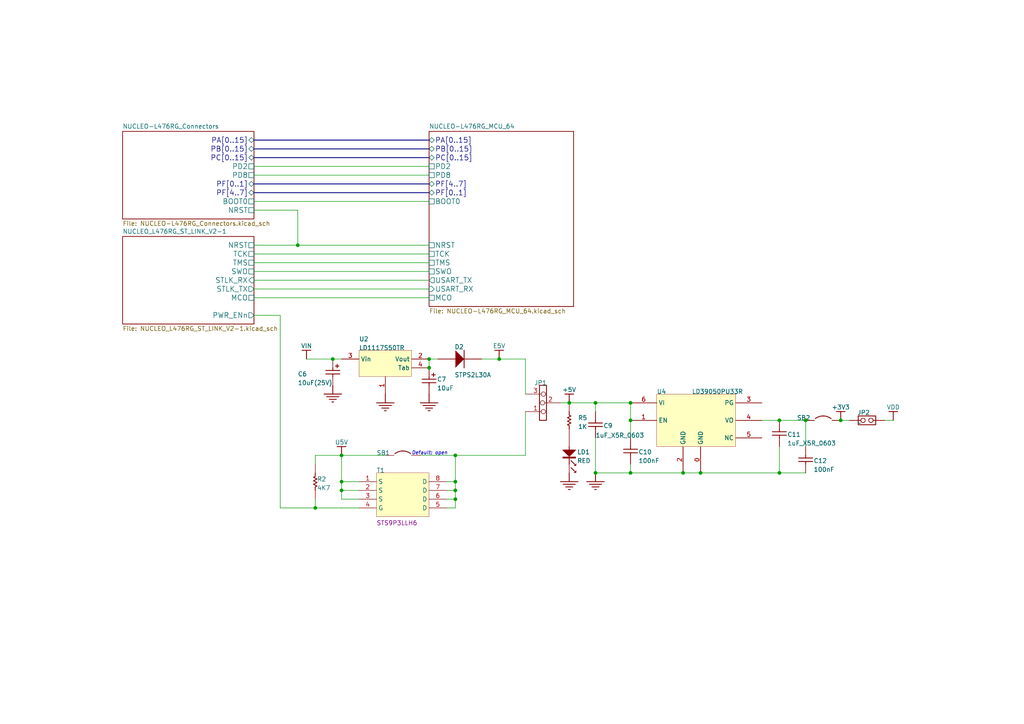
<source format=kicad_sch>
(kicad_sch
	(version 20250114)
	(generator "eeschema")
	(generator_version "9.0")
	(uuid "fb306e2e-c1e1-4a2a-94c1-10aa970a5fc5")
	(paper "A4")
	(lib_symbols
		(symbol "Project_Overview-altium-import:+3V3_BAR"
			(power)
			(exclude_from_sim no)
			(in_bom yes)
			(on_board yes)
			(property "Reference" "#PWR"
				(at 0 0 0)
				(effects
					(font
						(size 1.27 1.27)
					)
				)
			)
			(property "Value" "+3V3"
				(at 0 3.81 0)
				(effects
					(font
						(size 1.27 1.27)
					)
				)
			)
			(property "Footprint" ""
				(at 0 0 0)
				(effects
					(font
						(size 1.27 1.27)
					)
					(hide yes)
				)
			)
			(property "Datasheet" ""
				(at 0 0 0)
				(effects
					(font
						(size 1.27 1.27)
					)
					(hide yes)
				)
			)
			(property "Description" "Power symbol creates a global label with name '+3V3'"
				(at 0 0 0)
				(effects
					(font
						(size 1.27 1.27)
					)
					(hide yes)
				)
			)
			(property "ki_keywords" "power-flag"
				(at 0 0 0)
				(effects
					(font
						(size 1.27 1.27)
					)
					(hide yes)
				)
			)
			(symbol "+3V3_BAR_0_0"
				(polyline
					(pts
						(xy -1.27 -2.54) (xy 1.27 -2.54)
					)
					(stroke
						(width 0.254)
						(type solid)
					)
					(fill
						(type none)
					)
				)
				(polyline
					(pts
						(xy 0 0) (xy 0 -2.54)
					)
					(stroke
						(width 0.254)
						(type solid)
					)
					(fill
						(type none)
					)
				)
				(pin power_in line
					(at 0 0 0)
					(length 0)
					(hide yes)
					(name "+3V3"
						(effects
							(font
								(size 1.27 1.27)
							)
						)
					)
					(number ""
						(effects
							(font
								(size 1.27 1.27)
							)
						)
					)
				)
			)
			(embedded_fonts no)
		)
		(symbol "Project_Overview-altium-import:+5V_BAR"
			(power)
			(exclude_from_sim no)
			(in_bom yes)
			(on_board yes)
			(property "Reference" "#PWR"
				(at 0 0 0)
				(effects
					(font
						(size 1.27 1.27)
					)
				)
			)
			(property "Value" "+5V"
				(at 0 3.81 0)
				(effects
					(font
						(size 1.27 1.27)
					)
				)
			)
			(property "Footprint" ""
				(at 0 0 0)
				(effects
					(font
						(size 1.27 1.27)
					)
					(hide yes)
				)
			)
			(property "Datasheet" ""
				(at 0 0 0)
				(effects
					(font
						(size 1.27 1.27)
					)
					(hide yes)
				)
			)
			(property "Description" "Power symbol creates a global label with name '+5V'"
				(at 0 0 0)
				(effects
					(font
						(size 1.27 1.27)
					)
					(hide yes)
				)
			)
			(property "ki_keywords" "power-flag"
				(at 0 0 0)
				(effects
					(font
						(size 1.27 1.27)
					)
					(hide yes)
				)
			)
			(symbol "+5V_BAR_0_0"
				(polyline
					(pts
						(xy -1.27 -2.54) (xy 1.27 -2.54)
					)
					(stroke
						(width 0.254)
						(type solid)
					)
					(fill
						(type none)
					)
				)
				(polyline
					(pts
						(xy 0 0) (xy 0 -2.54)
					)
					(stroke
						(width 0.254)
						(type solid)
					)
					(fill
						(type none)
					)
				)
				(pin power_in line
					(at 0 0 0)
					(length 0)
					(hide yes)
					(name "+5V"
						(effects
							(font
								(size 1.27 1.27)
							)
						)
					)
					(number ""
						(effects
							(font
								(size 1.27 1.27)
							)
						)
					)
				)
			)
			(embedded_fonts no)
		)
		(symbol "Project_Overview-altium-import:E5V_BAR"
			(power)
			(exclude_from_sim no)
			(in_bom yes)
			(on_board yes)
			(property "Reference" "#PWR"
				(at 0 0 0)
				(effects
					(font
						(size 1.27 1.27)
					)
				)
			)
			(property "Value" "E5V"
				(at 0 3.81 0)
				(effects
					(font
						(size 1.27 1.27)
					)
				)
			)
			(property "Footprint" ""
				(at 0 0 0)
				(effects
					(font
						(size 1.27 1.27)
					)
					(hide yes)
				)
			)
			(property "Datasheet" ""
				(at 0 0 0)
				(effects
					(font
						(size 1.27 1.27)
					)
					(hide yes)
				)
			)
			(property "Description" "Power symbol creates a global label with name 'E5V'"
				(at 0 0 0)
				(effects
					(font
						(size 1.27 1.27)
					)
					(hide yes)
				)
			)
			(property "ki_keywords" "power-flag"
				(at 0 0 0)
				(effects
					(font
						(size 1.27 1.27)
					)
					(hide yes)
				)
			)
			(symbol "E5V_BAR_0_0"
				(polyline
					(pts
						(xy -1.27 -2.54) (xy 1.27 -2.54)
					)
					(stroke
						(width 0.254)
						(type solid)
					)
					(fill
						(type none)
					)
				)
				(polyline
					(pts
						(xy 0 0) (xy 0 -2.54)
					)
					(stroke
						(width 0.254)
						(type solid)
					)
					(fill
						(type none)
					)
				)
				(pin power_in line
					(at 0 0 0)
					(length 0)
					(hide yes)
					(name "E5V"
						(effects
							(font
								(size 1.27 1.27)
							)
						)
					)
					(number ""
						(effects
							(font
								(size 1.27 1.27)
							)
						)
					)
				)
			)
			(embedded_fonts no)
		)
		(symbol "Project_Overview-altium-import:GND_POWER_GROUND"
			(power)
			(exclude_from_sim no)
			(in_bom yes)
			(on_board yes)
			(property "Reference" "#PWR"
				(at 0 0 0)
				(effects
					(font
						(size 1.27 1.27)
					)
				)
			)
			(property "Value" "GND"
				(at 0 6.35 0)
				(effects
					(font
						(size 1.27 1.27)
					)
				)
			)
			(property "Footprint" ""
				(at 0 0 0)
				(effects
					(font
						(size 1.27 1.27)
					)
					(hide yes)
				)
			)
			(property "Datasheet" ""
				(at 0 0 0)
				(effects
					(font
						(size 1.27 1.27)
					)
					(hide yes)
				)
			)
			(property "Description" "Power symbol creates a global label with name 'GND'"
				(at 0 0 0)
				(effects
					(font
						(size 1.27 1.27)
					)
					(hide yes)
				)
			)
			(property "ki_keywords" "power-flag"
				(at 0 0 0)
				(effects
					(font
						(size 1.27 1.27)
					)
					(hide yes)
				)
			)
			(symbol "GND_POWER_GROUND_0_0"
				(polyline
					(pts
						(xy -2.54 -2.54) (xy 2.54 -2.54)
					)
					(stroke
						(width 0.254)
						(type solid)
					)
					(fill
						(type none)
					)
				)
				(polyline
					(pts
						(xy -1.778 -3.302) (xy 1.778 -3.302)
					)
					(stroke
						(width 0.254)
						(type solid)
					)
					(fill
						(type none)
					)
				)
				(polyline
					(pts
						(xy -1.016 -4.064) (xy 1.016 -4.064)
					)
					(stroke
						(width 0.254)
						(type solid)
					)
					(fill
						(type none)
					)
				)
				(polyline
					(pts
						(xy -0.254 -4.826) (xy 0.254 -4.826)
					)
					(stroke
						(width 0.254)
						(type solid)
					)
					(fill
						(type none)
					)
				)
				(polyline
					(pts
						(xy 0 0) (xy 0 -2.54)
					)
					(stroke
						(width 0.254)
						(type solid)
					)
					(fill
						(type none)
					)
				)
				(pin power_in line
					(at 0 0 0)
					(length 0)
					(hide yes)
					(name "GND"
						(effects
							(font
								(size 1.27 1.27)
							)
						)
					)
					(number ""
						(effects
							(font
								(size 1.27 1.27)
							)
						)
					)
				)
			)
			(embedded_fonts no)
		)
		(symbol "Project_Overview-altium-import:U5V_BAR"
			(power)
			(exclude_from_sim no)
			(in_bom yes)
			(on_board yes)
			(property "Reference" "#PWR"
				(at 0 0 0)
				(effects
					(font
						(size 1.27 1.27)
					)
				)
			)
			(property "Value" "U5V"
				(at 0 3.81 0)
				(effects
					(font
						(size 1.27 1.27)
					)
				)
			)
			(property "Footprint" ""
				(at 0 0 0)
				(effects
					(font
						(size 1.27 1.27)
					)
					(hide yes)
				)
			)
			(property "Datasheet" ""
				(at 0 0 0)
				(effects
					(font
						(size 1.27 1.27)
					)
					(hide yes)
				)
			)
			(property "Description" "Power symbol creates a global label with name 'U5V'"
				(at 0 0 0)
				(effects
					(font
						(size 1.27 1.27)
					)
					(hide yes)
				)
			)
			(property "ki_keywords" "power-flag"
				(at 0 0 0)
				(effects
					(font
						(size 1.27 1.27)
					)
					(hide yes)
				)
			)
			(symbol "U5V_BAR_0_0"
				(polyline
					(pts
						(xy -1.27 -2.54) (xy 1.27 -2.54)
					)
					(stroke
						(width 0.254)
						(type solid)
					)
					(fill
						(type none)
					)
				)
				(polyline
					(pts
						(xy 0 0) (xy 0 -2.54)
					)
					(stroke
						(width 0.254)
						(type solid)
					)
					(fill
						(type none)
					)
				)
				(pin power_in line
					(at 0 0 0)
					(length 0)
					(hide yes)
					(name "U5V"
						(effects
							(font
								(size 1.27 1.27)
							)
						)
					)
					(number ""
						(effects
							(font
								(size 1.27 1.27)
							)
						)
					)
				)
			)
			(embedded_fonts no)
		)
		(symbol "Project_Overview-altium-import:U_Top_0_Circuit Breaker"
			(exclude_from_sim no)
			(in_bom yes)
			(on_board yes)
			(property "Reference" ""
				(at 0 0 0)
				(effects
					(font
						(size 1.27 1.27)
					)
				)
			)
			(property "Value" ""
				(at 0 0 0)
				(effects
					(font
						(size 1.27 1.27)
					)
				)
			)
			(property "Footprint" ""
				(at 0 0 0)
				(effects
					(font
						(size 1.27 1.27)
					)
					(hide yes)
				)
			)
			(property "Datasheet" ""
				(at 0 0 0)
				(effects
					(font
						(size 1.27 1.27)
					)
					(hide yes)
				)
			)
			(property "Description" "Circuit Breaker"
				(at 0 0 0)
				(effects
					(font
						(size 1.27 1.27)
					)
					(hide yes)
				)
			)
			(property "ki_fp_filters" "*JP2_SMD*"
				(at 0 0 0)
				(effects
					(font
						(size 1.27 1.27)
					)
					(hide yes)
				)
			)
			(symbol "U_Top_0_Circuit Breaker_1_0"
				(arc
					(start 0.254 -2.032)
					(mid 1.3352 -1.4655)
					(end 2.54 -1.27)
					(stroke
						(width 0.254)
						(type solid)
					)
					(fill
						(type none)
					)
				)
				(arc
					(start 2.54 -1.27)
					(mid 3.7448 -1.4655)
					(end 4.826 -2.032)
					(stroke
						(width 0.254)
						(type solid)
					)
					(fill
						(type none)
					)
				)
				(pin passive line
					(at -2.54 -2.54 0)
					(length 2.54)
					(name "1"
						(effects
							(font
								(size 0 0)
							)
						)
					)
					(number "1"
						(effects
							(font
								(size 0 0)
							)
						)
					)
				)
				(pin passive line
					(at 7.62 -2.54 180)
					(length 2.54)
					(name "2"
						(effects
							(font
								(size 0 0)
							)
						)
					)
					(number "2"
						(effects
							(font
								(size 0 0)
							)
						)
					)
				)
			)
			(embedded_fonts no)
		)
		(symbol "Project_Overview-altium-import:U_Top_0_JP2"
			(exclude_from_sim no)
			(in_bom yes)
			(on_board yes)
			(property "Reference" ""
				(at 0 0 0)
				(effects
					(font
						(size 1.27 1.27)
					)
				)
			)
			(property "Value" ""
				(at 0 0 0)
				(effects
					(font
						(size 1.27 1.27)
					)
				)
			)
			(property "Footprint" ""
				(at 0 0 0)
				(effects
					(font
						(size 1.27 1.27)
					)
					(hide yes)
				)
			)
			(property "Datasheet" ""
				(at 0 0 0)
				(effects
					(font
						(size 1.27 1.27)
					)
					(hide yes)
				)
			)
			(property "Description" ""
				(at 0 0 0)
				(effects
					(font
						(size 1.27 1.27)
					)
					(hide yes)
				)
			)
			(property "ki_fp_filters" "*SIP2/2.54*"
				(at 0 0 0)
				(effects
					(font
						(size 1.27 1.27)
					)
					(hide yes)
				)
			)
			(symbol "U_Top_0_JP2_1_0"
				(polyline
					(pts
						(xy -2.54 1.27) (xy 2.54 1.27) (xy 2.54 -1.27) (xy -2.54 -1.27) (xy -2.54 1.27)
					)
					(stroke
						(width 0.254)
						(type solid)
					)
					(fill
						(type none)
					)
				)
				(pin passive inverted
					(at -5.08 0 0)
					(length 4.572)
					(name "COMMON"
						(effects
							(font
								(size 0 0)
							)
						)
					)
					(number "1"
						(effects
							(font
								(size 0 0)
							)
						)
					)
				)
				(pin passive inverted
					(at 5.08 0 180)
					(length 4.572)
					(name "NO"
						(effects
							(font
								(size 0 0)
							)
						)
					)
					(number "2"
						(effects
							(font
								(size 0 0)
							)
						)
					)
				)
			)
			(embedded_fonts no)
		)
		(symbol "Project_Overview-altium-import:U_Top_0_Jumper3"
			(exclude_from_sim no)
			(in_bom yes)
			(on_board yes)
			(property "Reference" ""
				(at 0 0 0)
				(effects
					(font
						(size 1.27 1.27)
					)
				)
			)
			(property "Value" ""
				(at 0 0 0)
				(effects
					(font
						(size 1.27 1.27)
					)
				)
			)
			(property "Footprint" ""
				(at 0 0 0)
				(effects
					(font
						(size 1.27 1.27)
					)
					(hide yes)
				)
			)
			(property "Datasheet" ""
				(at 0 0 0)
				(effects
					(font
						(size 1.27 1.27)
					)
					(hide yes)
				)
			)
			(property "Description" ""
				(at 0 0 0)
				(effects
					(font
						(size 1.27 1.27)
					)
					(hide yes)
				)
			)
			(property "ki_fp_filters" "*SIP3*"
				(at 0 0 0)
				(effects
					(font
						(size 1.27 1.27)
					)
					(hide yes)
				)
			)
			(symbol "U_Top_0_Jumper3_1_0"
				(polyline
					(pts
						(xy 1.016 0) (xy -1.016 0) (xy -1.016 -10.16) (xy 1.016 -10.16) (xy 1.016 0)
					)
					(stroke
						(width 0.254)
						(type solid)
					)
					(fill
						(type none)
					)
				)
				(pin passive inverted
					(at -5.08 -2.54 0)
					(length 5.842)
					(name ""
						(effects
							(font
								(size 0 0)
							)
						)
					)
					(number "3"
						(effects
							(font
								(size 1.27 1.27)
							)
						)
					)
				)
				(pin passive inverted
					(at -5.08 -7.62 0)
					(length 5.842)
					(name ""
						(effects
							(font
								(size 0 0)
							)
						)
					)
					(number "1"
						(effects
							(font
								(size 1.27 1.27)
							)
						)
					)
				)
				(pin passive inverted
					(at 5.08 -5.08 180)
					(length 5.842)
					(name ""
						(effects
							(font
								(size 0 0)
							)
						)
					)
					(number "2"
						(effects
							(font
								(size 1.27 1.27)
							)
						)
					)
				)
			)
			(embedded_fonts no)
		)
		(symbol "Project_Overview-altium-import:U_Top_0_LD1117_0"
			(exclude_from_sim no)
			(in_bom yes)
			(on_board yes)
			(property "Reference" ""
				(at 0 0 0)
				(effects
					(font
						(size 1.27 1.27)
					)
				)
			)
			(property "Value" ""
				(at 0 0 0)
				(effects
					(font
						(size 1.27 1.27)
					)
				)
			)
			(property "Footprint" ""
				(at 0 0 0)
				(effects
					(font
						(size 1.27 1.27)
					)
					(hide yes)
				)
			)
			(property "Datasheet" ""
				(at 0 0 0)
				(effects
					(font
						(size 1.27 1.27)
					)
					(hide yes)
				)
			)
			(property "Description" ""
				(at 0 0 0)
				(effects
					(font
						(size 1.27 1.27)
					)
					(hide yes)
				)
			)
			(property "ki_fp_filters" "*SOT-223*"
				(at 0 0 0)
				(effects
					(font
						(size 1.27 1.27)
					)
					(hide yes)
				)
			)
			(symbol "U_Top_0_LD1117_0_1_0"
				(rectangle
					(start 7.62 2.54)
					(end -7.62 -5.08)
					(stroke
						(width 0.0254)
						(type solid)
						(color 128 0 0 1)
					)
					(fill
						(type background)
					)
				)
				(pin input line
					(at -12.7 0 0)
					(length 5.08)
					(name "Vin"
						(effects
							(font
								(size 1.27 1.27)
							)
						)
					)
					(number "3"
						(effects
							(font
								(size 1.27 1.27)
							)
						)
					)
				)
				(pin passive line
					(at 0 -10.16 90)
					(length 5.08)
					(name ""
						(effects
							(font
								(size 1.27 1.27)
							)
						)
					)
					(number "1"
						(effects
							(font
								(size 1.27 1.27)
							)
						)
					)
				)
				(pin power_in line
					(at 12.7 0 180)
					(length 5.08)
					(name "Vout"
						(effects
							(font
								(size 1.27 1.27)
							)
						)
					)
					(number "2"
						(effects
							(font
								(size 1.27 1.27)
							)
						)
					)
				)
				(pin power_in line
					(at 12.7 -2.54 180)
					(length 5.08)
					(name "Tab"
						(effects
							(font
								(size 1.27 1.27)
							)
						)
					)
					(number "4"
						(effects
							(font
								(size 1.27 1.27)
							)
						)
					)
				)
			)
			(embedded_fonts no)
		)
		(symbol "Project_Overview-altium-import:U_Top_0_LD39050P_0"
			(exclude_from_sim no)
			(in_bom yes)
			(on_board yes)
			(property "Reference" ""
				(at 0 0 0)
				(effects
					(font
						(size 1.27 1.27)
					)
				)
			)
			(property "Value" ""
				(at 0 0 0)
				(effects
					(font
						(size 1.27 1.27)
					)
				)
			)
			(property "Footprint" ""
				(at 0 0 0)
				(effects
					(font
						(size 1.27 1.27)
					)
					(hide yes)
				)
			)
			(property "Datasheet" ""
				(at 0 0 0)
				(effects
					(font
						(size 1.27 1.27)
					)
					(hide yes)
				)
			)
			(property "Description" ""
				(at 0 0 0)
				(effects
					(font
						(size 1.27 1.27)
					)
					(hide yes)
				)
			)
			(property "ki_fp_filters" "*DFN6(3X3)*"
				(at 0 0 0)
				(effects
					(font
						(size 1.27 1.27)
					)
					(hide yes)
				)
			)
			(symbol "U_Top_0_LD39050P_0_1_0"
				(rectangle
					(start 22.86 0)
					(end 0 -15.24)
					(stroke
						(width 0.0254)
						(type solid)
						(color 128 0 0 1)
					)
					(fill
						(type background)
					)
				)
				(pin passive line
					(at -7.62 -2.54 0)
					(length 7.62)
					(name "VI"
						(effects
							(font
								(size 1.27 1.27)
							)
						)
					)
					(number "6"
						(effects
							(font
								(size 1.27 1.27)
							)
						)
					)
				)
				(pin passive line
					(at -7.62 -7.62 0)
					(length 7.62)
					(name "EN"
						(effects
							(font
								(size 1.27 1.27)
							)
						)
					)
					(number "1"
						(effects
							(font
								(size 1.27 1.27)
							)
						)
					)
				)
				(pin passive line
					(at 7.62 -22.86 90)
					(length 7.62)
					(name "GND"
						(effects
							(font
								(size 1.27 1.27)
							)
						)
					)
					(number "2"
						(effects
							(font
								(size 1.27 1.27)
							)
						)
					)
				)
				(pin passive line
					(at 12.7 -22.86 90)
					(length 7.62)
					(name "GND"
						(effects
							(font
								(size 1.27 1.27)
							)
						)
					)
					(number "0"
						(effects
							(font
								(size 1.27 1.27)
							)
						)
					)
				)
				(pin passive line
					(at 30.48 -2.54 180)
					(length 7.62)
					(name "PG"
						(effects
							(font
								(size 1.27 1.27)
							)
						)
					)
					(number "3"
						(effects
							(font
								(size 1.27 1.27)
							)
						)
					)
				)
				(pin passive line
					(at 30.48 -7.62 180)
					(length 7.62)
					(name "VO"
						(effects
							(font
								(size 1.27 1.27)
							)
						)
					)
					(number "4"
						(effects
							(font
								(size 1.27 1.27)
							)
						)
					)
				)
				(pin passive line
					(at 30.48 -12.7 180)
					(length 7.62)
					(name "NC"
						(effects
							(font
								(size 1.27 1.27)
							)
						)
					)
					(number "5"
						(effects
							(font
								(size 1.27 1.27)
							)
						)
					)
				)
			)
			(embedded_fonts no)
		)
		(symbol "Project_Overview-altium-import:U_Top_0_PHOTO_0"
			(exclude_from_sim no)
			(in_bom yes)
			(on_board yes)
			(property "Reference" ""
				(at 0 0 0)
				(effects
					(font
						(size 1.27 1.27)
					)
				)
			)
			(property "Value" ""
				(at 0 0 0)
				(effects
					(font
						(size 1.27 1.27)
					)
				)
			)
			(property "Footprint" ""
				(at 0 0 0)
				(effects
					(font
						(size 1.27 1.27)
					)
					(hide yes)
				)
			)
			(property "Datasheet" ""
				(at 0 0 0)
				(effects
					(font
						(size 1.27 1.27)
					)
					(hide yes)
				)
			)
			(property "Description" ""
				(at 0 0 0)
				(effects
					(font
						(size 1.27 1.27)
					)
					(hide yes)
				)
			)
			(property "ki_fp_filters" "*0603D*"
				(at 0 0 0)
				(effects
					(font
						(size 1.27 1.27)
					)
					(hide yes)
				)
			)
			(symbol "U_Top_0_PHOTO_0_1_0"
				(polyline
					(pts
						(xy -1.778 -5.588) (xy -1.778 -5.842)
					)
					(stroke
						(width 0.254)
						(type solid)
					)
					(fill
						(type none)
					)
				)
				(polyline
					(pts
						(xy -1.27 -3.556) (xy -1.27 -4.064)
					)
					(stroke
						(width 0.254)
						(type solid)
					)
					(fill
						(type none)
					)
				)
				(polyline
					(pts
						(xy -1.016 -3.556) (xy -1.016 -4.318)
					)
					(stroke
						(width 0.254)
						(type solid)
					)
					(fill
						(type none)
					)
				)
				(polyline
					(pts
						(xy -0.762 -3.556) (xy -0.762 -4.572)
					)
					(stroke
						(width 0.254)
						(type solid)
					)
					(fill
						(type none)
					)
				)
				(polyline
					(pts
						(xy -0.508 -3.556) (xy -0.508 -4.826)
					)
					(stroke
						(width 0.254)
						(type solid)
					)
					(fill
						(type none)
					)
				)
				(polyline
					(pts
						(xy -0.254 -3.556) (xy -0.254 -5.08)
					)
					(stroke
						(width 0.254)
						(type solid)
					)
					(fill
						(type none)
					)
				)
				(polyline
					(pts
						(xy -0.254 -5.08) (xy -1.778 -3.556)
					)
					(stroke
						(width 0.254)
						(type solid)
					)
					(fill
						(type none)
					)
				)
				(polyline
					(pts
						(xy -0.254 -5.588) (xy -0.254 -5.842)
					)
					(stroke
						(width 0.254)
						(type solid)
					)
					(fill
						(type none)
					)
				)
				(polyline
					(pts
						(xy 0 -2.54) (xy 0 -7.62)
					)
					(stroke
						(width 0.254)
						(type solid)
					)
					(fill
						(type none)
					)
				)
				(polyline
					(pts
						(xy 0.254 -3.556) (xy 0.254 -5.08)
					)
					(stroke
						(width 0.254)
						(type solid)
					)
					(fill
						(type none)
					)
				)
				(polyline
					(pts
						(xy 0.254 -5.08) (xy -0.254 -5.08)
					)
					(stroke
						(width 0.254)
						(type solid)
					)
					(fill
						(type none)
					)
				)
				(polyline
					(pts
						(xy 0.254 -5.588) (xy 0.254 -5.842)
					)
					(stroke
						(width 0.254)
						(type solid)
					)
					(fill
						(type none)
					)
				)
				(polyline
					(pts
						(xy 0.508 -3.556) (xy 0.508 -4.826)
					)
					(stroke
						(width 0.254)
						(type solid)
					)
					(fill
						(type none)
					)
				)
				(polyline
					(pts
						(xy 0.508 -4.826) (xy -0.508 -4.826)
					)
					(stroke
						(width 0.254)
						(type solid)
					)
					(fill
						(type none)
					)
				)
				(polyline
					(pts
						(xy 0.508 -6.604) (xy 1.524 -7.62)
					)
					(stroke
						(width 0.254)
						(type solid)
					)
					(fill
						(type none)
					)
				)
				(polyline
					(pts
						(xy 0.508 -8.636) (xy 1.524 -9.652)
					)
					(stroke
						(width 0.254)
						(type solid)
					)
					(fill
						(type none)
					)
				)
				(polyline
					(pts
						(xy 0.762 -3.556) (xy 0.762 -4.572)
					)
					(stroke
						(width 0.254)
						(type solid)
					)
					(fill
						(type none)
					)
				)
				(polyline
					(pts
						(xy 0.762 -4.572) (xy -0.762 -4.572)
					)
					(stroke
						(width 0.254)
						(type solid)
					)
					(fill
						(type none)
					)
				)
				(polyline
					(pts
						(xy 1.016 -3.556) (xy 1.016 -4.318)
					)
					(stroke
						(width 0.254)
						(type solid)
					)
					(fill
						(type none)
					)
				)
				(polyline
					(pts
						(xy 1.016 -4.318) (xy -1.016 -4.318)
					)
					(stroke
						(width 0.254)
						(type solid)
					)
					(fill
						(type none)
					)
				)
				(polyline
					(pts
						(xy 1.27 -3.556) (xy 1.27 -4.064)
					)
					(stroke
						(width 0.254)
						(type solid)
					)
					(fill
						(type none)
					)
				)
				(polyline
					(pts
						(xy 1.27 -4.064) (xy -1.27 -4.064)
					)
					(stroke
						(width 0.254)
						(type solid)
					)
					(fill
						(type none)
					)
				)
				(polyline
					(pts
						(xy 1.524 -3.81) (xy -1.524 -3.81)
					)
					(stroke
						(width 0.254)
						(type solid)
					)
					(fill
						(type none)
					)
				)
				(polyline
					(pts
						(xy 1.778 -3.556) (xy -1.778 -3.556)
					)
					(stroke
						(width 0.254)
						(type solid)
					)
					(fill
						(type none)
					)
				)
				(polyline
					(pts
						(xy 1.778 -3.556) (xy 0.254 -5.08)
					)
					(stroke
						(width 0.254)
						(type solid)
					)
					(fill
						(type none)
					)
				)
				(polyline
					(pts
						(xy 1.778 -5.588) (xy -1.778 -5.588)
					)
					(stroke
						(width 0.254)
						(type solid)
					)
					(fill
						(type none)
					)
				)
				(polyline
					(pts
						(xy 1.778 -5.588) (xy 1.778 -5.842)
					)
					(stroke
						(width 0.254)
						(type solid)
					)
					(fill
						(type none)
					)
				)
				(polyline
					(pts
						(xy 1.778 -5.842) (xy -1.778 -5.842)
					)
					(stroke
						(width 0.254)
						(type solid)
					)
					(fill
						(type none)
					)
				)
				(polyline
					(pts
						(xy 2.032 -7.366) (xy 2.032 -8.128) (xy 1.27 -8.128) (xy 2.032 -7.366)
					)
					(stroke
						(width -0.0001)
						(type solid)
					)
					(fill
						(type outline)
					)
				)
				(polyline
					(pts
						(xy 2.032 -9.398) (xy 2.032 -10.16) (xy 1.27 -10.16) (xy 2.032 -9.398)
					)
					(stroke
						(width -0.0001)
						(type solid)
					)
					(fill
						(type outline)
					)
				)
				(pin passive line
					(at 0 0 270)
					(length 2.54)
					(name ""
						(effects
							(font
								(size 0 0)
							)
						)
					)
					(number "1"
						(effects
							(font
								(size 0 0)
							)
						)
					)
				)
				(pin passive line
					(at 0 -10.16 90)
					(length 2.54)
					(name ""
						(effects
							(font
								(size 0 0)
							)
						)
					)
					(number "2"
						(effects
							(font
								(size 0 0)
							)
						)
					)
				)
			)
			(embedded_fonts no)
		)
		(symbol "Project_Overview-altium-import:U_Top_0_STPS2L30A"
			(exclude_from_sim no)
			(in_bom yes)
			(on_board yes)
			(property "Reference" ""
				(at 0 0 0)
				(effects
					(font
						(size 1.27 1.27)
					)
				)
			)
			(property "Value" ""
				(at 0 0 0)
				(effects
					(font
						(size 1.27 1.27)
					)
				)
			)
			(property "Footprint" ""
				(at 0 0 0)
				(effects
					(font
						(size 1.27 1.27)
					)
					(hide yes)
				)
			)
			(property "Datasheet" ""
				(at 0 0 0)
				(effects
					(font
						(size 1.27 1.27)
					)
					(hide yes)
				)
			)
			(property "Description" "STPS2L30A"
				(at 0 0 0)
				(effects
					(font
						(size 1.27 1.27)
					)
					(hide yes)
				)
			)
			(property "ki_fp_filters" "*SMA*"
				(at 0 0 0)
				(effects
					(font
						(size 1.27 1.27)
					)
					(hide yes)
				)
			)
			(symbol "U_Top_0_STPS2L30A_1_0"
				(polyline
					(pts
						(xy 0 -5.08) (xy 2.54 -2.54) (xy 0 0) (xy 0 -5.08)
					)
					(stroke
						(width -0.0001)
						(type solid)
					)
					(fill
						(type outline)
					)
				)
				(polyline
					(pts
						(xy 2.54 0) (xy 2.54 -5.08)
					)
					(stroke
						(width 0.254)
						(type solid)
					)
					(fill
						(type none)
					)
				)
				(pin passive line
					(at -5.08 -2.54 0)
					(length 5.08)
					(name "A"
						(effects
							(font
								(size 0 0)
							)
						)
					)
					(number "1"
						(effects
							(font
								(size 0 0)
							)
						)
					)
				)
				(pin passive line
					(at 7.62 -2.54 180)
					(length 5.08)
					(name "K"
						(effects
							(font
								(size 0 0)
							)
						)
					)
					(number "2"
						(effects
							(font
								(size 0 0)
							)
						)
					)
				)
			)
			(embedded_fonts no)
		)
		(symbol "Project_Overview-altium-import:U_Top_0_TRANS_P-CHANNEL_STS9P3LLH6"
			(exclude_from_sim no)
			(in_bom yes)
			(on_board yes)
			(property "Reference" ""
				(at 0 0 0)
				(effects
					(font
						(size 1.27 1.27)
					)
				)
			)
			(property "Value" ""
				(at 0 0 0)
				(effects
					(font
						(size 1.27 1.27)
					)
				)
			)
			(property "Footprint" ""
				(at 0 0 0)
				(effects
					(font
						(size 1.27 1.27)
					)
					(hide yes)
				)
			)
			(property "Datasheet" ""
				(at 0 0 0)
				(effects
					(font
						(size 1.27 1.27)
					)
					(hide yes)
				)
			)
			(property "Description" "Transistor, MOSFET, P-CH, -30V, -9A, SO-8"
				(at 0 0 0)
				(effects
					(font
						(size 1.27 1.27)
					)
					(hide yes)
				)
			)
			(property "ki_fp_filters" "*ICC_SO8_5X4_P127*"
				(at 0 0 0)
				(effects
					(font
						(size 1.27 1.27)
					)
					(hide yes)
				)
			)
			(symbol "U_Top_0_TRANS_P-CHANNEL_STS9P3LLH6_1_0"
				(rectangle
					(start 15.214 -0.001)
					(end -0.026 -12.701)
					(stroke
						(width 0.0254)
						(type solid)
						(color 128 0 0 1)
					)
					(fill
						(type background)
					)
				)
				(pin passive line
					(at -5.106 -2.541 0)
					(length 5.08)
					(name "S"
						(effects
							(font
								(size 1.27 1.27)
							)
						)
					)
					(number "1"
						(effects
							(font
								(size 1.27 1.27)
							)
						)
					)
				)
				(pin passive line
					(at -5.106 -5.081 0)
					(length 5.08)
					(name "S"
						(effects
							(font
								(size 1.27 1.27)
							)
						)
					)
					(number "2"
						(effects
							(font
								(size 1.27 1.27)
							)
						)
					)
				)
				(pin passive line
					(at -5.106 -7.621 0)
					(length 5.08)
					(name "S"
						(effects
							(font
								(size 1.27 1.27)
							)
						)
					)
					(number "3"
						(effects
							(font
								(size 1.27 1.27)
							)
						)
					)
				)
				(pin passive line
					(at -5.106 -10.161 0)
					(length 5.08)
					(name "G"
						(effects
							(font
								(size 1.27 1.27)
							)
						)
					)
					(number "4"
						(effects
							(font
								(size 1.27 1.27)
							)
						)
					)
				)
				(pin passive line
					(at 20.294 -2.541 180)
					(length 5.08)
					(name "D"
						(effects
							(font
								(size 1.27 1.27)
							)
						)
					)
					(number "8"
						(effects
							(font
								(size 1.27 1.27)
							)
						)
					)
				)
				(pin passive line
					(at 20.294 -7.621 180)
					(length 5.08)
					(name "D"
						(effects
							(font
								(size 1.27 1.27)
							)
						)
					)
					(number "6"
						(effects
							(font
								(size 1.27 1.27)
							)
						)
					)
				)
				(pin passive line
					(at 20.294 -10.161 180)
					(length 5.08)
					(name "D"
						(effects
							(font
								(size 1.27 1.27)
							)
						)
					)
					(number "5"
						(effects
							(font
								(size 1.27 1.27)
							)
						)
					)
				)
				(pin passive line
					(at 20.32 -5.08 180)
					(length 5.08)
					(name "D"
						(effects
							(font
								(size 1.27 1.27)
							)
						)
					)
					(number "7"
						(effects
							(font
								(size 1.27 1.27)
							)
						)
					)
				)
			)
			(embedded_fonts no)
		)
		(symbol "Project_Overview-altium-import:U_Top_1_Capacitor_ST"
			(exclude_from_sim no)
			(in_bom yes)
			(on_board yes)
			(property "Reference" ""
				(at 0 0 0)
				(effects
					(font
						(size 1.27 1.27)
					)
				)
			)
			(property "Value" ""
				(at 0 0 0)
				(effects
					(font
						(size 1.27 1.27)
					)
				)
			)
			(property "Footprint" ""
				(at 0 0 0)
				(effects
					(font
						(size 1.27 1.27)
					)
					(hide yes)
				)
			)
			(property "Datasheet" ""
				(at 0 0 0)
				(effects
					(font
						(size 1.27 1.27)
					)
					(hide yes)
				)
			)
			(property "Description" "Capacitor 0402 / 0603 / 0805"
				(at 0 0 0)
				(effects
					(font
						(size 1.27 1.27)
					)
					(hide yes)
				)
			)
			(property "ki_fp_filters" "*0603C*"
				(at 0 0 0)
				(effects
					(font
						(size 1.27 1.27)
					)
					(hide yes)
				)
			)
			(symbol "U_Top_1_Capacitor_ST_1_0"
				(polyline
					(pts
						(xy 0.508 1.778) (xy 4.572 1.778)
					)
					(stroke
						(width 0.254)
						(type solid)
					)
					(fill
						(type none)
					)
				)
				(polyline
					(pts
						(xy 2.54 2.54) (xy 2.54 1.778)
					)
					(stroke
						(width 0.254)
						(type solid)
					)
					(fill
						(type none)
					)
				)
				(polyline
					(pts
						(xy 2.54 0) (xy 2.54 0.762)
					)
					(stroke
						(width 0.254)
						(type solid)
					)
					(fill
						(type none)
					)
				)
				(polyline
					(pts
						(xy 4.572 0.762) (xy 0.508 0.762)
					)
					(stroke
						(width 0.254)
						(type solid)
					)
					(fill
						(type none)
					)
				)
				(pin passive line
					(at 2.54 5.08 270)
					(length 2.54)
					(name "2"
						(effects
							(font
								(size 0 0)
							)
						)
					)
					(number "2"
						(effects
							(font
								(size 0 0)
							)
						)
					)
				)
				(pin passive line
					(at 2.54 -2.54 90)
					(length 2.54)
					(name "1"
						(effects
							(font
								(size 0 0)
							)
						)
					)
					(number "1"
						(effects
							(font
								(size 0 0)
							)
						)
					)
				)
			)
			(embedded_fonts no)
		)
		(symbol "Project_Overview-altium-import:U_Top_1_Resistor_ST"
			(exclude_from_sim no)
			(in_bom yes)
			(on_board yes)
			(property "Reference" ""
				(at 0 0 0)
				(effects
					(font
						(size 1.27 1.27)
					)
				)
			)
			(property "Value" ""
				(at 0 0 0)
				(effects
					(font
						(size 1.27 1.27)
					)
				)
			)
			(property "Footprint" ""
				(at 0 0 0)
				(effects
					(font
						(size 1.27 1.27)
					)
					(hide yes)
				)
			)
			(property "Datasheet" ""
				(at 0 0 0)
				(effects
					(font
						(size 1.27 1.27)
					)
					(hide yes)
				)
			)
			(property "Description" "Resistor 0402 / 0603 / 0805"
				(at 0 0 0)
				(effects
					(font
						(size 1.27 1.27)
					)
					(hide yes)
				)
			)
			(property "ki_fp_filters" "*0603R*"
				(at 0 0 0)
				(effects
					(font
						(size 1.27 1.27)
					)
					(hide yes)
				)
			)
			(symbol "U_Top_1_Resistor_ST_1_0"
				(polyline
					(pts
						(xy 2.54 5.08) (xy 2.54 4.064) (xy 3.048 3.81) (xy 2.032 3.302) (xy 3.048 2.794) (xy 2.032 2.286)
						(xy 3.048 1.778) (xy 2.032 1.27) (xy 2.54 1.016) (xy 2.54 0)
					)
					(stroke
						(width 0.254)
						(type solid)
					)
					(fill
						(type none)
					)
				)
				(pin passive line
					(at 2.54 7.62 270)
					(length 2.54)
					(name "2"
						(effects
							(font
								(size 0 0)
							)
						)
					)
					(number "2"
						(effects
							(font
								(size 0 0)
							)
						)
					)
				)
				(pin passive line
					(at 2.54 -2.54 90)
					(length 2.54)
					(name "1"
						(effects
							(font
								(size 0 0)
							)
						)
					)
					(number "1"
						(effects
							(font
								(size 0 0)
							)
						)
					)
				)
			)
			(embedded_fonts no)
		)
		(symbol "Project_Overview-altium-import:U_Top_1_mirrored_Res1_0"
			(exclude_from_sim no)
			(in_bom yes)
			(on_board yes)
			(property "Reference" ""
				(at 0 0 0)
				(effects
					(font
						(size 1.27 1.27)
					)
				)
			)
			(property "Value" ""
				(at 0 0 0)
				(effects
					(font
						(size 1.27 1.27)
					)
				)
			)
			(property "Footprint" ""
				(at 0 0 0)
				(effects
					(font
						(size 1.27 1.27)
					)
					(hide yes)
				)
			)
			(property "Datasheet" ""
				(at 0 0 0)
				(effects
					(font
						(size 1.27 1.27)
					)
					(hide yes)
				)
			)
			(property "Description" "Resistor"
				(at 0 0 0)
				(effects
					(font
						(size 1.27 1.27)
					)
					(hide yes)
				)
			)
			(property "ki_fp_filters" "*0603R*"
				(at 0 0 0)
				(effects
					(font
						(size 1.27 1.27)
					)
					(hide yes)
				)
			)
			(symbol "U_Top_1_mirrored_Res1_0_1_0"
				(polyline
					(pts
						(xy 2.54 -5.08) (xy 2.54 -4.064) (xy 3.048 -3.81) (xy 2.032 -3.302) (xy 3.048 -2.794) (xy 2.032 -2.286)
						(xy 3.048 -1.778) (xy 2.032 -1.27) (xy 2.54 -1.016) (xy 2.54 0)
					)
					(stroke
						(width 0.254)
						(type solid)
					)
					(fill
						(type none)
					)
				)
				(pin passive line
					(at 2.54 2.54 270)
					(length 2.54)
					(name "1"
						(effects
							(font
								(size 0 0)
							)
						)
					)
					(number "1"
						(effects
							(font
								(size 0 0)
							)
						)
					)
				)
				(pin passive line
					(at 2.54 -7.62 90)
					(length 2.54)
					(name "2"
						(effects
							(font
								(size 0 0)
							)
						)
					)
					(number "2"
						(effects
							(font
								(size 0 0)
							)
						)
					)
				)
			)
			(embedded_fonts no)
		)
		(symbol "Project_Overview-altium-import:U_Top_3_CAP SMD 0603  X5R 1µF 25V 10%"
			(exclude_from_sim no)
			(in_bom yes)
			(on_board yes)
			(property "Reference" ""
				(at 0 0 0)
				(effects
					(font
						(size 1.27 1.27)
					)
				)
			)
			(property "Value" ""
				(at 0 0 0)
				(effects
					(font
						(size 1.27 1.27)
					)
				)
			)
			(property "Footprint" ""
				(at 0 0 0)
				(effects
					(font
						(size 1.27 1.27)
					)
					(hide yes)
				)
			)
			(property "Datasheet" ""
				(at 0 0 0)
				(effects
					(font
						(size 1.27 1.27)
					)
					(hide yes)
				)
			)
			(property "Description" "0603  X5R 1µF"
				(at 0 0 0)
				(effects
					(font
						(size 1.27 1.27)
					)
					(hide yes)
				)
			)
			(property "ki_fp_filters" "*0603C*"
				(at 0 0 0)
				(effects
					(font
						(size 1.27 1.27)
					)
					(hide yes)
				)
			)
			(symbol "U_Top_3_CAP SMD 0603  X5R 1µF 25V 10%_1_0"
				(polyline
					(pts
						(xy -2.032 -3.302) (xy 2.032 -3.302)
					)
					(stroke
						(width 0.254)
						(type solid)
					)
					(fill
						(type none)
					)
				)
				(polyline
					(pts
						(xy 0 -2.54) (xy 0 -3.302)
					)
					(stroke
						(width 0.254)
						(type solid)
					)
					(fill
						(type none)
					)
				)
				(polyline
					(pts
						(xy 0 -5.08) (xy 0 -4.318)
					)
					(stroke
						(width 0.254)
						(type solid)
					)
					(fill
						(type none)
					)
				)
				(polyline
					(pts
						(xy 2.032 -4.318) (xy -2.032 -4.318)
					)
					(stroke
						(width 0.254)
						(type solid)
					)
					(fill
						(type none)
					)
				)
				(pin passive line
					(at 0 0 270)
					(length 2.54)
					(name "1"
						(effects
							(font
								(size 0 0)
							)
						)
					)
					(number "1"
						(effects
							(font
								(size 0 0)
							)
						)
					)
				)
				(pin passive line
					(at 0 -7.62 90)
					(length 2.54)
					(name "2"
						(effects
							(font
								(size 0 0)
							)
						)
					)
					(number "2"
						(effects
							(font
								(size 0 0)
							)
						)
					)
				)
			)
			(embedded_fonts no)
		)
		(symbol "Project_Overview-altium-import:U_Top_3_Cap Pol1"
			(exclude_from_sim no)
			(in_bom yes)
			(on_board yes)
			(property "Reference" ""
				(at 0 0 0)
				(effects
					(font
						(size 1.27 1.27)
					)
				)
			)
			(property "Value" ""
				(at 0 0 0)
				(effects
					(font
						(size 1.27 1.27)
					)
				)
			)
			(property "Footprint" ""
				(at 0 0 0)
				(effects
					(font
						(size 1.27 1.27)
					)
					(hide yes)
				)
			)
			(property "Datasheet" ""
				(at 0 0 0)
				(effects
					(font
						(size 1.27 1.27)
					)
					(hide yes)
				)
			)
			(property "Description" "Polarized Capacitor (Radial)"
				(at 0 0 0)
				(effects
					(font
						(size 1.27 1.27)
					)
					(hide yes)
				)
			)
			(property "ki_fp_filters" "*TAN-A*"
				(at 0 0 0)
				(effects
					(font
						(size 1.27 1.27)
					)
					(hide yes)
				)
			)
			(symbol "U_Top_3_Cap Pol1_1_0"
				(polyline
					(pts
						(xy -4.572 -0.762) (xy -0.508 -0.762)
					)
					(stroke
						(width 0.254)
						(type solid)
					)
					(fill
						(type none)
					)
				)
				(polyline
					(pts
						(xy -4.572 -1.778) (xy -0.508 -1.778)
					)
					(stroke
						(width 0.254)
						(type solid)
					)
					(fill
						(type none)
					)
				)
				(polyline
					(pts
						(xy -2.54 0) (xy -2.54 -0.762)
					)
					(stroke
						(width 0.254)
						(type solid)
					)
					(fill
						(type none)
					)
				)
				(polyline
					(pts
						(xy -2.54 -2.54) (xy -2.54 -1.778)
					)
					(stroke
						(width 0.254)
						(type solid)
					)
					(fill
						(type none)
					)
				)
				(polyline
					(pts
						(xy -1.778 0.508) (xy -0.762 0.508)
					)
					(stroke
						(width 0.254)
						(type solid)
					)
					(fill
						(type none)
					)
				)
				(polyline
					(pts
						(xy -1.27 0) (xy -1.27 1.016)
					)
					(stroke
						(width 0.254)
						(type solid)
					)
					(fill
						(type none)
					)
				)
				(pin passive line
					(at -2.54 2.54 270)
					(length 2.54)
					(name "1"
						(effects
							(font
								(size 0 0)
							)
						)
					)
					(number "1"
						(effects
							(font
								(size 0 0)
							)
						)
					)
				)
				(pin passive line
					(at -2.54 -5.08 90)
					(length 2.54)
					(name "2"
						(effects
							(font
								(size 0 0)
							)
						)
					)
					(number "2"
						(effects
							(font
								(size 0 0)
							)
						)
					)
				)
			)
			(embedded_fonts no)
		)
		(symbol "Project_Overview-altium-import:VDD_BAR"
			(power)
			(exclude_from_sim no)
			(in_bom yes)
			(on_board yes)
			(property "Reference" "#PWR"
				(at 0 0 0)
				(effects
					(font
						(size 1.27 1.27)
					)
				)
			)
			(property "Value" "VDD"
				(at 0 3.81 0)
				(effects
					(font
						(size 1.27 1.27)
					)
				)
			)
			(property "Footprint" ""
				(at 0 0 0)
				(effects
					(font
						(size 1.27 1.27)
					)
					(hide yes)
				)
			)
			(property "Datasheet" ""
				(at 0 0 0)
				(effects
					(font
						(size 1.27 1.27)
					)
					(hide yes)
				)
			)
			(property "Description" "Power symbol creates a global label with name 'VDD'"
				(at 0 0 0)
				(effects
					(font
						(size 1.27 1.27)
					)
					(hide yes)
				)
			)
			(property "ki_keywords" "power-flag"
				(at 0 0 0)
				(effects
					(font
						(size 1.27 1.27)
					)
					(hide yes)
				)
			)
			(symbol "VDD_BAR_0_0"
				(polyline
					(pts
						(xy -1.27 -2.54) (xy 1.27 -2.54)
					)
					(stroke
						(width 0.254)
						(type solid)
					)
					(fill
						(type none)
					)
				)
				(polyline
					(pts
						(xy 0 0) (xy 0 -2.54)
					)
					(stroke
						(width 0.254)
						(type solid)
					)
					(fill
						(type none)
					)
				)
				(pin power_in line
					(at 0 0 0)
					(length 0)
					(hide yes)
					(name "VDD"
						(effects
							(font
								(size 1.27 1.27)
							)
						)
					)
					(number ""
						(effects
							(font
								(size 1.27 1.27)
							)
						)
					)
				)
			)
			(embedded_fonts no)
		)
		(symbol "Project_Overview-altium-import:VIN_BAR"
			(power)
			(exclude_from_sim no)
			(in_bom yes)
			(on_board yes)
			(property "Reference" "#PWR"
				(at 0 0 0)
				(effects
					(font
						(size 1.27 1.27)
					)
				)
			)
			(property "Value" "VIN"
				(at 0 3.81 0)
				(effects
					(font
						(size 1.27 1.27)
					)
				)
			)
			(property "Footprint" ""
				(at 0 0 0)
				(effects
					(font
						(size 1.27 1.27)
					)
					(hide yes)
				)
			)
			(property "Datasheet" ""
				(at 0 0 0)
				(effects
					(font
						(size 1.27 1.27)
					)
					(hide yes)
				)
			)
			(property "Description" "Power symbol creates a global label with name 'VIN'"
				(at 0 0 0)
				(effects
					(font
						(size 1.27 1.27)
					)
					(hide yes)
				)
			)
			(property "ki_keywords" "power-flag"
				(at 0 0 0)
				(effects
					(font
						(size 1.27 1.27)
					)
					(hide yes)
				)
			)
			(symbol "VIN_BAR_0_0"
				(polyline
					(pts
						(xy -1.27 -2.54) (xy 1.27 -2.54)
					)
					(stroke
						(width 0.254)
						(type solid)
					)
					(fill
						(type none)
					)
				)
				(polyline
					(pts
						(xy 0 0) (xy 0 -2.54)
					)
					(stroke
						(width 0.254)
						(type solid)
					)
					(fill
						(type none)
					)
				)
				(pin power_in line
					(at 0 0 0)
					(length 0)
					(hide yes)
					(name "VIN"
						(effects
							(font
								(size 1.27 1.27)
							)
						)
					)
					(number ""
						(effects
							(font
								(size 1.27 1.27)
							)
						)
					)
				)
			)
			(embedded_fonts no)
		)
	)
	(text "Default: open"
		(exclude_from_sim no)
		(at 119.38 132.08 0)
		(effects
			(font
				(size 1.016 1.016)
				(italic yes)
			)
			(justify left bottom)
		)
		(uuid "3103dbfe-8f08-4666-b247-c2a891d6e40f")
	)
	(junction
		(at 132.08 139.701)
		(diameter 0)
		(color 0 0 0 0)
		(uuid "0570ad66-d7e8-4f4f-befc-127af5b256d1")
	)
	(junction
		(at 182.88 137.16)
		(diameter 0)
		(color 0 0 0 0)
		(uuid "1d01ea8e-292a-4166-a3cc-f0ad383f1211")
	)
	(junction
		(at 124.46 104.14)
		(diameter 0)
		(color 0 0 0 0)
		(uuid "2070872f-4c41-4d1d-a978-0c3da71a4a3b")
	)
	(junction
		(at 99.06 139.7)
		(diameter 0)
		(color 0 0 0 0)
		(uuid "262edb54-b75b-4caa-8b33-50477716ec3c")
	)
	(junction
		(at 226.06 137.16)
		(diameter 0)
		(color 0 0 0 0)
		(uuid "2990dc82-56fa-4e40-8fc5-bc306fe72387")
	)
	(junction
		(at 243.84 121.92)
		(diameter 0)
		(color 0 0 0 0)
		(uuid "38b95b91-548f-4741-bfce-e340eb780668")
	)
	(junction
		(at 124.46 106.68)
		(diameter 0)
		(color 0 0 0 0)
		(uuid "3f580105-4835-4ea8-8517-4c8cf282407b")
	)
	(junction
		(at 172.72 137.16)
		(diameter 0)
		(color 0 0 0 0)
		(uuid "41d55952-99a7-41ef-bcec-b94320053dda")
	)
	(junction
		(at 233.68 121.92)
		(diameter 0)
		(color 0 0 0 0)
		(uuid "48796495-33db-4381-ae4f-a266aaa66544")
	)
	(junction
		(at 182.88 116.84)
		(diameter 0)
		(color 0 0 0 0)
		(uuid "5abeb5a4-0e95-4d3f-aed0-ae78bde7d43b")
	)
	(junction
		(at 132.08 144.781)
		(diameter 0)
		(color 0 0 0 0)
		(uuid "5c574aeb-b8e4-4638-af2c-aebb296fa037")
	)
	(junction
		(at 203.2 137.16)
		(diameter 0)
		(color 0 0 0 0)
		(uuid "61b150ec-18aa-492e-a1d1-82af4d68249c")
	)
	(junction
		(at 132.08 142.24)
		(diameter 0)
		(color 0 0 0 0)
		(uuid "6b3ccb2f-b699-47e7-ad1e-94175d814cbb")
	)
	(junction
		(at 132.08 132.08)
		(diameter 0)
		(color 0 0 0 0)
		(uuid "71ac6f6f-31a0-45c3-9a50-79c6af9812c4")
	)
	(junction
		(at 99.06 142.241)
		(diameter 0)
		(color 0 0 0 0)
		(uuid "77398587-3701-424b-8a54-d1eec76cc318")
	)
	(junction
		(at 226.06 121.92)
		(diameter 0)
		(color 0 0 0 0)
		(uuid "7d7da7f9-5c75-4bbe-9171-e644f442cbd0")
	)
	(junction
		(at 96.52 104.14)
		(diameter 0)
		(color 0 0 0 0)
		(uuid "845b38c1-9f13-487e-aab8-67c3dda26907")
	)
	(junction
		(at 91.44 147.32)
		(diameter 0)
		(color 0 0 0 0)
		(uuid "86b40013-f02d-4c6c-9676-b50084e36986")
	)
	(junction
		(at 144.78 104.14)
		(diameter 0)
		(color 0 0 0 0)
		(uuid "89652b2e-79d8-43fd-b4fe-0c640517dd01")
	)
	(junction
		(at 172.72 116.84)
		(diameter 0)
		(color 0 0 0 0)
		(uuid "8d916e5a-2f02-492e-a913-cd4b6f4fa320")
	)
	(junction
		(at 86.36 71.12)
		(diameter 0)
		(color 0 0 0 0)
		(uuid "ab161d94-3392-4443-aeda-8aae96fd1688")
	)
	(junction
		(at 198.12 137.16)
		(diameter 0)
		(color 0 0 0 0)
		(uuid "b2e5b5e4-760f-49c1-9b78-d183e791eaec")
	)
	(junction
		(at 182.88 121.92)
		(diameter 0)
		(color 0 0 0 0)
		(uuid "b5e0a9a4-9f1c-44aa-9862-6285658c2772")
	)
	(junction
		(at 99.06 132.08)
		(diameter 0)
		(color 0 0 0 0)
		(uuid "e18f8cd1-85c3-4152-a4fa-acd249043c0d")
	)
	(junction
		(at 165.1 116.84)
		(diameter 0)
		(color 0 0 0 0)
		(uuid "ee4a3a3b-1478-4843-b225-ba2ca0df5cac")
	)
	(wire
		(pts
			(xy 132.08 142.24) (xy 132.08 144.781)
		)
		(stroke
			(width 0)
			(type default)
		)
		(uuid "005d3c10-831d-46ba-b4f2-f37253c58580")
	)
	(wire
		(pts
			(xy 73.66 81.28) (xy 124.46 81.28)
		)
		(stroke
			(width 0)
			(type default)
		)
		(uuid "0994e00d-fe39-4edc-9a9c-10809877ad59")
	)
	(wire
		(pts
			(xy 73.66 58.42) (xy 124.46 58.42)
		)
		(stroke
			(width 0)
			(type default)
		)
		(uuid "0c6f7290-0f80-4bc7-a6e2-ab8fb06ad86b")
	)
	(wire
		(pts
			(xy 203.2 137.16) (xy 226.06 137.16)
		)
		(stroke
			(width 0)
			(type default)
		)
		(uuid "15012720-0edc-43da-b8cd-3dc574542629")
	)
	(wire
		(pts
			(xy 182.88 137.16) (xy 198.12 137.16)
		)
		(stroke
			(width 0)
			(type default)
		)
		(uuid "2457b7e9-c0a3-4a0b-846f-b6e2e8e3739f")
	)
	(wire
		(pts
			(xy 233.68 129.54) (xy 233.68 121.92)
		)
		(stroke
			(width 0)
			(type default)
		)
		(uuid "24858ef0-8851-41b2-9bd2-792097201cb8")
	)
	(wire
		(pts
			(xy 226.06 137.16) (xy 233.68 137.16)
		)
		(stroke
			(width 0)
			(type default)
		)
		(uuid "2bbf829a-34d3-4317-9337-8d95a2d10398")
	)
	(wire
		(pts
			(xy 91.44 144.78) (xy 91.44 147.32)
		)
		(stroke
			(width 0)
			(type default)
		)
		(uuid "2c6c065c-afa9-45a6-b4e5-273fc6a87a43")
	)
	(wire
		(pts
			(xy 152.4 104.14) (xy 144.78 104.14)
		)
		(stroke
			(width 0)
			(type default)
		)
		(uuid "2dd8cc1f-c667-4fc7-8758-fbbf3ae9ebd4")
	)
	(wire
		(pts
			(xy 73.66 71.12) (xy 86.36 71.12)
		)
		(stroke
			(width 0)
			(type default)
		)
		(uuid "302299f4-4959-4f9f-974f-bf3bcdf32e34")
	)
	(wire
		(pts
			(xy 73.66 48.26) (xy 124.46 48.26)
		)
		(stroke
			(width 0)
			(type default)
		)
		(uuid "37608d3a-a3c6-4bc7-a729-ed32d4695b25")
	)
	(wire
		(pts
			(xy 152.4 132.08) (xy 152.4 119.38)
		)
		(stroke
			(width 0)
			(type default)
		)
		(uuid "3b249da5-484d-4b67-b69e-872546ad0c4a")
	)
	(wire
		(pts
			(xy 73.66 78.74) (xy 124.46 78.74)
		)
		(stroke
			(width 0)
			(type default)
		)
		(uuid "3fd7b1ca-3bb6-4a9e-874c-6c9f907d2dba")
	)
	(wire
		(pts
			(xy 259.08 121.92) (xy 256.54 121.92)
		)
		(stroke
			(width 0)
			(type default)
		)
		(uuid "400567cd-2503-4848-b03a-6e50e04dad53")
	)
	(wire
		(pts
			(xy 182.88 121.92) (xy 182.88 116.84)
		)
		(stroke
			(width 0)
			(type default)
		)
		(uuid "468a3753-a77f-4eb5-b5c8-8b6210e5d6eb")
	)
	(wire
		(pts
			(xy 73.66 83.82) (xy 124.46 83.82)
		)
		(stroke
			(width 0)
			(type default)
		)
		(uuid "4c16fc84-ecac-4a2b-ae1c-afebffa59e99")
	)
	(bus
		(pts
			(xy 73.66 40.64) (xy 124.46 40.64)
		)
		(stroke
			(width 0.254)
			(type default)
		)
		(uuid "4fa0fbe8-bcab-4aab-b106-71379c54d46b")
	)
	(wire
		(pts
			(xy 73.66 76.2) (xy 124.46 76.2)
		)
		(stroke
			(width 0)
			(type default)
		)
		(uuid "50d1635e-ff3a-4e58-84ab-8c13a580c72b")
	)
	(wire
		(pts
			(xy 124.46 104.14) (xy 127 104.14)
		)
		(stroke
			(width 0)
			(type default)
		)
		(uuid "51028375-7119-4163-83bc-b894330e3318")
	)
	(wire
		(pts
			(xy 99.06 147.321) (xy 104.114 147.321)
		)
		(stroke
			(width 0)
			(type default)
		)
		(uuid "565c1205-bfa9-4478-814a-c22b5de96e4d")
	)
	(wire
		(pts
			(xy 91.44 134.62) (xy 91.44 132.08)
		)
		(stroke
			(width 0)
			(type default)
		)
		(uuid "5b578479-6553-4011-b1a5-4ac3b671e599")
	)
	(wire
		(pts
			(xy 226.06 121.92) (xy 220.98 121.92)
		)
		(stroke
			(width 0)
			(type default)
		)
		(uuid "5b99f583-9a7d-4ef1-a525-0502b8bb811f")
	)
	(wire
		(pts
			(xy 132.08 142.24) (xy 129.54 142.24)
		)
		(stroke
			(width 0)
			(type default)
		)
		(uuid "5bc370b7-d7d9-42b5-94ee-a4eab1927de9")
	)
	(wire
		(pts
			(xy 96.52 104.14) (xy 99.06 104.14)
		)
		(stroke
			(width 0)
			(type default)
		)
		(uuid "5c058527-45bd-4e78-a7d8-192516480f7b")
	)
	(wire
		(pts
			(xy 81.28 147.32) (xy 91.44 147.32)
		)
		(stroke
			(width 0)
			(type default)
		)
		(uuid "5c2e4706-c577-411e-827b-cdf90419d56c")
	)
	(wire
		(pts
			(xy 99.06 144.781) (xy 104.114 144.781)
		)
		(stroke
			(width 0)
			(type default)
		)
		(uuid "5c3c2ebe-a605-40bd-8a03-6905df066b94")
	)
	(wire
		(pts
			(xy 124.46 106.68) (xy 124.46 104.14)
		)
		(stroke
			(width 0)
			(type default)
		)
		(uuid "5e5dd417-4374-4f0f-afe6-87833cc7dc26")
	)
	(wire
		(pts
			(xy 172.72 137.16) (xy 182.88 137.16)
		)
		(stroke
			(width 0)
			(type default)
		)
		(uuid "680601ca-27ed-4fd9-ba8a-860eef334741")
	)
	(wire
		(pts
			(xy 86.36 71.12) (xy 124.46 71.12)
		)
		(stroke
			(width 0)
			(type default)
		)
		(uuid "6f97d617-903b-458f-bf80-afaee57ad2ad")
	)
	(wire
		(pts
			(xy 73.66 60.96) (xy 86.36 60.96)
		)
		(stroke
			(width 0)
			(type default)
		)
		(uuid "71691a6a-0982-402f-8c18-5c1489eb517a")
	)
	(bus
		(pts
			(xy 73.66 53.34) (xy 124.46 53.34)
		)
		(stroke
			(width 0.254)
			(type default)
		)
		(uuid "72ff5bef-0633-46b8-b574-b109da3e72ba")
	)
	(wire
		(pts
			(xy 73.66 50.8) (xy 124.46 50.8)
		)
		(stroke
			(width 0)
			(type default)
		)
		(uuid "74a3096d-6843-4691-906b-41a356a02f71")
	)
	(wire
		(pts
			(xy 73.66 73.66) (xy 124.46 73.66)
		)
		(stroke
			(width 0)
			(type default)
		)
		(uuid "75b28cac-8493-4a85-a9d4-8bddd71a623c")
	)
	(wire
		(pts
			(xy 99.06 132.08) (xy 111.76 132.08)
		)
		(stroke
			(width 0)
			(type default)
		)
		(uuid "7ca2d15f-d0d8-4901-a6ad-c8c076a5b26d")
	)
	(wire
		(pts
			(xy 165.1 116.84) (xy 162.56 116.84)
		)
		(stroke
			(width 0)
			(type default)
		)
		(uuid "7d8d0343-a805-4f9b-b6b5-cce0bb696ead")
	)
	(wire
		(pts
			(xy 132.08 144.781) (xy 129.514 144.781)
		)
		(stroke
			(width 0)
			(type default)
		)
		(uuid "7dfb3824-69ff-4b82-9577-5a15af2ce895")
	)
	(wire
		(pts
			(xy 182.88 127) (xy 182.88 121.92)
		)
		(stroke
			(width 0)
			(type default)
		)
		(uuid "8468fcad-cf9d-44fc-b002-1e67e08af822")
	)
	(wire
		(pts
			(xy 132.08 147.321) (xy 129.514 147.321)
		)
		(stroke
			(width 0)
			(type default)
		)
		(uuid "8483f4ca-2833-4710-985d-ee16b8f10907")
	)
	(wire
		(pts
			(xy 88.9 104.14) (xy 96.52 104.14)
		)
		(stroke
			(width 0)
			(type default)
		)
		(uuid "85e5983c-9e0c-40fd-9a9e-57d9a069b994")
	)
	(bus
		(pts
			(xy 73.66 43.18) (xy 124.46 43.18)
		)
		(stroke
			(width 0.254)
			(type default)
		)
		(uuid "865011e1-0c5f-4dcf-bc2a-73bbf94b9a41")
	)
	(wire
		(pts
			(xy 233.68 121.92) (xy 226.06 121.92)
		)
		(stroke
			(width 0)
			(type default)
		)
		(uuid "8a04b8ed-b0d6-4549-9799-cea7f10bc61e")
	)
	(wire
		(pts
			(xy 182.88 137.16) (xy 182.88 134.62)
		)
		(stroke
			(width 0)
			(type default)
		)
		(uuid "8a0cab6b-4be2-437e-ae4c-5e03a71a642f")
	)
	(wire
		(pts
			(xy 152.4 114.3) (xy 152.4 104.14)
		)
		(stroke
			(width 0)
			(type default)
		)
		(uuid "8a989cc5-2e23-453c-a2a4-a0a40b130c97")
	)
	(wire
		(pts
			(xy 86.36 60.96) (xy 86.36 71.12)
		)
		(stroke
			(width 0)
			(type default)
		)
		(uuid "8c469701-6359-4377-8ba6-42d2422d4cd9")
	)
	(wire
		(pts
			(xy 226.06 129.54) (xy 226.06 137.16)
		)
		(stroke
			(width 0)
			(type default)
		)
		(uuid "8cecb9ea-252b-4168-9f4b-f53f11b5c2ed")
	)
	(wire
		(pts
			(xy 132.08 132.08) (xy 152.4 132.08)
		)
		(stroke
			(width 0)
			(type default)
		)
		(uuid "8fdcb6e2-4a0c-4e5c-be74-e6e71e3af3f7")
	)
	(wire
		(pts
			(xy 99.06 139.7) (xy 104.114 139.701)
		)
		(stroke
			(width 0)
			(type default)
		)
		(uuid "978fca1c-5dc9-4054-963f-6c9f333aca25")
	)
	(wire
		(pts
			(xy 99.06 142.241) (xy 99.06 144.781)
		)
		(stroke
			(width 0)
			(type default)
		)
		(uuid "9ca2e3c1-38fb-4bce-9920-9d5ced582355")
	)
	(wire
		(pts
			(xy 99.06 139.7) (xy 99.06 142.241)
		)
		(stroke
			(width 0)
			(type default)
		)
		(uuid "9d8e86de-b14f-494a-ba28-f32992f35548")
	)
	(wire
		(pts
			(xy 182.88 116.84) (xy 172.72 116.84)
		)
		(stroke
			(width 0)
			(type default)
		)
		(uuid "a23f347a-d991-4743-a642-e0f0e35f74dd")
	)
	(wire
		(pts
			(xy 144.78 104.14) (xy 139.7 104.14)
		)
		(stroke
			(width 0)
			(type default)
		)
		(uuid "a3566f57-5f01-4913-aee9-8524054cdae2")
	)
	(wire
		(pts
			(xy 172.72 116.84) (xy 165.1 116.84)
		)
		(stroke
			(width 0)
			(type default)
		)
		(uuid "a78ea676-108e-49a7-81ec-c9208f78ad43")
	)
	(wire
		(pts
			(xy 99.06 142.241) (xy 104.114 142.241)
		)
		(stroke
			(width 0)
			(type default)
		)
		(uuid "a91d796b-fc3f-4488-bf32-4bdb83c2d63a")
	)
	(wire
		(pts
			(xy 198.12 137.16) (xy 203.2 137.16)
		)
		(stroke
			(width 0)
			(type default)
		)
		(uuid "a9af6b2b-6f24-4126-b09d-410f693c5431")
	)
	(wire
		(pts
			(xy 81.28 91.44) (xy 81.28 147.32)
		)
		(stroke
			(width 0)
			(type default)
		)
		(uuid "ad9a039a-e291-4d28-bdb1-00a09ff583b6")
	)
	(wire
		(pts
			(xy 99.06 132.08) (xy 99.06 139.7)
		)
		(stroke
			(width 0)
			(type default)
		)
		(uuid "af6085ca-bcbd-444d-95a4-0ddf63aca6d2")
	)
	(bus
		(pts
			(xy 73.66 55.88) (xy 124.46 55.88)
		)
		(stroke
			(width 0.254)
			(type default)
		)
		(uuid "afd226d2-aae3-419a-b116-5fb1a8fabb64")
	)
	(wire
		(pts
			(xy 246.38 121.92) (xy 243.84 121.92)
		)
		(stroke
			(width 0)
			(type default)
		)
		(uuid "c1b09163-001b-4456-8cbe-02322eef8f27")
	)
	(wire
		(pts
			(xy 73.66 91.44) (xy 81.28 91.44)
		)
		(stroke
			(width 0)
			(type default)
		)
		(uuid "c9fcc509-49da-4bc2-a73b-0b25ecbb4404")
	)
	(wire
		(pts
			(xy 132.08 132.08) (xy 132.08 139.701)
		)
		(stroke
			(width 0)
			(type default)
		)
		(uuid "d0697388-7aab-433b-9e88-2438f02244b1")
	)
	(wire
		(pts
			(xy 121.92 132.08) (xy 132.08 132.08)
		)
		(stroke
			(width 0)
			(type default)
		)
		(uuid "d4873906-df5e-4352-9dfa-5d07e0d07711")
	)
	(bus
		(pts
			(xy 73.66 45.72) (xy 124.46 45.72)
		)
		(stroke
			(width 0.254)
			(type default)
		)
		(uuid "d5d3a79e-4900-49b1-90ea-95e0b71996b6")
	)
	(wire
		(pts
			(xy 99.06 147.32) (xy 99.06 147.321)
		)
		(stroke
			(width 0)
			(type default)
		)
		(uuid "d98a0972-8aec-4455-bd59-f1cd76e7751b")
	)
	(wire
		(pts
			(xy 91.44 132.08) (xy 99.06 132.08)
		)
		(stroke
			(width 0)
			(type default)
		)
		(uuid "db856f2a-dabb-4828-ba97-0ab14ef08228")
	)
	(wire
		(pts
			(xy 172.72 127) (xy 172.72 137.16)
		)
		(stroke
			(width 0)
			(type default)
		)
		(uuid "dc0942ff-a56a-424d-a4b1-0edfb8ba1b44")
	)
	(wire
		(pts
			(xy 91.44 147.32) (xy 99.06 147.32)
		)
		(stroke
			(width 0)
			(type default)
		)
		(uuid "dc12938b-4033-4d66-b5c0-d007e6fba9f8")
	)
	(wire
		(pts
			(xy 132.08 144.781) (xy 132.08 147.321)
		)
		(stroke
			(width 0)
			(type default)
		)
		(uuid "e13e7158-a825-41df-8c47-ca35acc21447")
	)
	(wire
		(pts
			(xy 132.08 139.701) (xy 132.08 142.24)
		)
		(stroke
			(width 0)
			(type default)
		)
		(uuid "e3f63a43-aa37-4ec3-b276-3ca913787808")
	)
	(wire
		(pts
			(xy 129.514 139.701) (xy 132.08 139.701)
		)
		(stroke
			(width 0)
			(type default)
		)
		(uuid "e5dae4e2-1ecf-4169-aa72-5f177fff3eb6")
	)
	(wire
		(pts
			(xy 172.72 116.84) (xy 172.72 119.38)
		)
		(stroke
			(width 0)
			(type default)
		)
		(uuid "e7057e51-a2c1-4b7a-aa7f-df428ead3cee")
	)
	(wire
		(pts
			(xy 73.66 86.36) (xy 124.46 86.36)
		)
		(stroke
			(width 0)
			(type default)
		)
		(uuid "f0ba4e81-d270-499d-a47c-612a653ae8c9")
	)
	(symbol
		(lib_id "Project_Overview-altium-import:U_Top_1_Capacitor_ST")
		(at 231.14 134.62 0)
		(unit 1)
		(exclude_from_sim no)
		(in_bom yes)
		(on_board yes)
		(dnp no)
		(uuid "00009ff9-f651-459e-b17a-68400ee2d6a0")
		(property "Reference" "C12"
			(at 235.966 134.366 0)
			(effects
				(font
					(size 1.27 1.27)
				)
				(justify left bottom)
			)
		)
		(property "Value" "100nF"
			(at 235.966 136.906 0)
			(effects
				(font
					(size 1.27 1.27)
				)
				(justify left bottom)
			)
		)
		(property "Footprint" "0603C"
			(at 231.14 134.62 0)
			(effects
				(font
					(size 1.27 1.27)
				)
				(hide yes)
			)
		)
		(property "Datasheet" ""
			(at 231.14 134.62 0)
			(effects
				(font
					(size 1.27 1.27)
				)
				(hide yes)
			)
		)
		(property "Description" "Capacitor 0402 / 0603 / 0805"
			(at 231.14 134.62 0)
			(effects
				(font
					(size 1.27 1.27)
				)
				(hide yes)
			)
		)
		(property "REVISION" "July-2002: Re-released for DXP Platform."
			(at 231.394 129.032 0)
			(effects
				(font
					(size 1.27 1.27)
				)
				(justify left bottom)
				(hide yes)
			)
		)
		(property "ALTIUM_VALUE" "100nF"
			(at 231.394 129.032 0)
			(effects
				(font
					(size 1.27 1.27)
				)
				(justify left bottom)
				(hide yes)
			)
		)
		(pin "1"
			(uuid "838aad86-33f0-4e4b-a80a-c03638b5d89c")
		)
		(pin "2"
			(uuid "13e203ad-4000-4c51-86a2-0be0c807d235")
		)
		(instances
			(project "pcb-stm32wl_bajaSensors"
				(path "/955cc99e-a129-42cf-abc7-aa99813fdb5f/00000000-0000-0000-0000-00005ea70ac3/dfd3e576-45ac-414e-879c-fe3a4e293d3a"
					(reference "C12")
					(unit 1)
				)
			)
		)
	)
	(symbol
		(lib_id "Project_Overview-altium-import:U5V_BAR")
		(at 99.06 132.08 180)
		(unit 1)
		(exclude_from_sim no)
		(in_bom yes)
		(on_board yes)
		(dnp no)
		(uuid "0fc0408d-4ba4-4be2-8853-828383121c01")
		(property "Reference" "#PWR035"
			(at 99.06 132.08 0)
			(effects
				(font
					(size 1.27 1.27)
				)
				(hide yes)
			)
		)
		(property "Value" "U5V"
			(at 99.06 128.27 0)
			(effects
				(font
					(size 1.27 1.27)
				)
			)
		)
		(property "Footprint" ""
			(at 99.06 132.08 0)
			(effects
				(font
					(size 1.27 1.27)
				)
				(hide yes)
			)
		)
		(property "Datasheet" ""
			(at 99.06 132.08 0)
			(effects
				(font
					(size 1.27 1.27)
				)
				(hide yes)
			)
		)
		(property "Description" ""
			(at 99.06 132.08 0)
			(effects
				(font
					(size 1.27 1.27)
				)
				(hide yes)
			)
		)
		(pin ""
			(uuid "4fa88755-3ade-4193-b14b-f0e5cacec698")
		)
		(instances
			(project "pcb-stm32wl_bajaSensors"
				(path "/955cc99e-a129-42cf-abc7-aa99813fdb5f/00000000-0000-0000-0000-00005ea70ac3/dfd3e576-45ac-414e-879c-fe3a4e293d3a"
					(reference "#PWR035")
					(unit 1)
				)
			)
		)
	)
	(symbol
		(lib_id "Project_Overview-altium-import:U_Top_0_LD1117_0")
		(at 111.76 104.14 0)
		(unit 1)
		(exclude_from_sim no)
		(in_bom yes)
		(on_board yes)
		(dnp no)
		(uuid "1723d64d-a012-4b76-8fd8-f785744d593c")
		(property "Reference" "U2"
			(at 104.14 99.06 0)
			(effects
				(font
					(size 1.27 1.27)
				)
				(justify left bottom)
			)
		)
		(property "Value" "LD1117S50TR"
			(at 104.14 101.6 0)
			(effects
				(font
					(size 1.27 1.27)
				)
				(justify left bottom)
			)
		)
		(property "Footprint" "SOT-223"
			(at 111.76 104.14 0)
			(effects
				(font
					(size 1.27 1.27)
				)
				(hide yes)
			)
		)
		(property "Datasheet" ""
			(at 111.76 104.14 0)
			(effects
				(font
					(size 1.27 1.27)
				)
				(hide yes)
			)
		)
		(property "Description" ""
			(at 111.76 104.14 0)
			(effects
				(font
					(size 1.27 1.27)
				)
				(hide yes)
			)
		)
		(pin "3"
			(uuid "6b2a94d3-f330-4659-9f8d-26c9df7c48e5")
		)
		(pin "1"
			(uuid "58721ce3-5298-41ad-a32d-59c382195c97")
		)
		(pin "4"
			(uuid "d689dbce-fc9b-451f-b2c6-6be59f0dd0ee")
		)
		(pin "2"
			(uuid "3ced7c3b-7213-4fe1-abf4-45cb9ee57229")
		)
		(instances
			(project "pcb-stm32wl_bajaSensors"
				(path "/955cc99e-a129-42cf-abc7-aa99813fdb5f/00000000-0000-0000-0000-00005ea70ac3/dfd3e576-45ac-414e-879c-fe3a4e293d3a"
					(reference "U2")
					(unit 1)
				)
			)
		)
	)
	(symbol
		(lib_id "Project_Overview-altium-import:U_Top_1_Resistor_ST")
		(at 162.56 124.46 0)
		(unit 1)
		(exclude_from_sim no)
		(in_bom yes)
		(on_board yes)
		(dnp no)
		(uuid "1ad1abfd-723d-429f-b297-5b51d34f14a9")
		(property "Reference" "R5"
			(at 167.64 121.92 0)
			(effects
				(font
					(size 1.27 1.27)
				)
				(justify left bottom)
			)
		)
		(property "Value" "1K"
			(at 167.64 124.46 0)
			(effects
				(font
					(size 1.27 1.27)
				)
				(justify left bottom)
			)
		)
		(property "Footprint" "0603R"
			(at 162.56 124.46 0)
			(effects
				(font
					(size 1.27 1.27)
				)
				(hide yes)
			)
		)
		(property "Datasheet" ""
			(at 162.56 124.46 0)
			(effects
				(font
					(size 1.27 1.27)
				)
				(hide yes)
			)
		)
		(property "Description" "Resistor 0402 / 0603 / 0805"
			(at 162.56 124.46 0)
			(effects
				(font
					(size 1.27 1.27)
				)
				(hide yes)
			)
		)
		(property "ALTIUM_VALUE" "10K"
			(at 164.338 116.332 0)
			(effects
				(font
					(size 1.27 1.27)
				)
				(justify left bottom)
				(hide yes)
			)
		)
		(pin "2"
			(uuid "54a02b99-2a36-4702-80a6-8dcf353a9cf4")
		)
		(pin "1"
			(uuid "84756bca-a2b1-43ac-a3b7-8515656b5f20")
		)
		(instances
			(project "pcb-stm32wl_bajaSensors"
				(path "/955cc99e-a129-42cf-abc7-aa99813fdb5f/00000000-0000-0000-0000-00005ea70ac3/dfd3e576-45ac-414e-879c-fe3a4e293d3a"
					(reference "R5")
					(unit 1)
				)
			)
		)
	)
	(symbol
		(lib_id "Project_Overview-altium-import:U_Top_0_PHOTO_0")
		(at 165.1 127 0)
		(unit 1)
		(exclude_from_sim no)
		(in_bom yes)
		(on_board yes)
		(dnp no)
		(uuid "1b2a5c11-d4eb-4ec8-9683-fa9922763e94")
		(property "Reference" "LD1"
			(at 167.386 131.826 0)
			(effects
				(font
					(size 1.27 1.27)
				)
				(justify left bottom)
			)
		)
		(property "Value" "RED"
			(at 167.386 134.366 0)
			(effects
				(font
					(size 1.27 1.27)
				)
				(justify left bottom)
			)
		)
		(property "Footprint" "0603D"
			(at 165.1 127 0)
			(effects
				(font
					(size 1.27 1.27)
				)
				(hide yes)
			)
		)
		(property "Datasheet" ""
			(at 165.1 127 0)
			(effects
				(font
					(size 1.27 1.27)
				)
				(hide yes)
			)
		)
		(property "Description" ""
			(at 165.1 127 0)
			(effects
				(font
					(size 1.27 1.27)
				)
				(hide yes)
			)
		)
		(pin "2"
			(uuid "a7078c29-c6c7-44bd-a9b5-0b4ed829f39c")
		)
		(pin "1"
			(uuid "e91320b9-a59d-447a-9aa2-01e851e28bd0")
		)
		(instances
			(project "pcb-stm32wl_bajaSensors"
				(path "/955cc99e-a129-42cf-abc7-aa99813fdb5f/00000000-0000-0000-0000-00005ea70ac3/dfd3e576-45ac-414e-879c-fe3a4e293d3a"
					(reference "LD1")
					(unit 1)
				)
			)
		)
	)
	(symbol
		(lib_id "Project_Overview-altium-import:E5V_BAR")
		(at 144.78 104.14 180)
		(unit 1)
		(exclude_from_sim no)
		(in_bom yes)
		(on_board yes)
		(dnp no)
		(uuid "1ceb55d5-b072-4a7f-9b59-64eae61ee4c9")
		(property "Reference" "#PWR039"
			(at 144.78 104.14 0)
			(effects
				(font
					(size 1.27 1.27)
				)
				(hide yes)
			)
		)
		(property "Value" "E5V"
			(at 144.78 100.33 0)
			(effects
				(font
					(size 1.27 1.27)
				)
			)
		)
		(property "Footprint" ""
			(at 144.78 104.14 0)
			(effects
				(font
					(size 1.27 1.27)
				)
				(hide yes)
			)
		)
		(property "Datasheet" ""
			(at 144.78 104.14 0)
			(effects
				(font
					(size 1.27 1.27)
				)
				(hide yes)
			)
		)
		(property "Description" ""
			(at 144.78 104.14 0)
			(effects
				(font
					(size 1.27 1.27)
				)
				(hide yes)
			)
		)
		(pin ""
			(uuid "31e163a1-0dff-4d85-b13d-630d25953a7f")
		)
		(instances
			(project "pcb-stm32wl_bajaSensors"
				(path "/955cc99e-a129-42cf-abc7-aa99813fdb5f/00000000-0000-0000-0000-00005ea70ac3/dfd3e576-45ac-414e-879c-fe3a4e293d3a"
					(reference "#PWR039")
					(unit 1)
				)
			)
		)
	)
	(symbol
		(lib_id "Project_Overview-altium-import:GND_POWER_GROUND")
		(at 124.46 114.3 0)
		(unit 1)
		(exclude_from_sim no)
		(in_bom yes)
		(on_board yes)
		(dnp no)
		(uuid "285c8502-3856-414b-aebd-ace8f86eb01c")
		(property "Reference" "#PWR038"
			(at 124.46 114.3 0)
			(effects
				(font
					(size 1.27 1.27)
				)
				(hide yes)
			)
		)
		(property "Value" "GND"
			(at 124.46 120.65 0)
			(effects
				(font
					(size 1.27 1.27)
				)
				(hide yes)
			)
		)
		(property "Footprint" ""
			(at 124.46 114.3 0)
			(effects
				(font
					(size 1.27 1.27)
				)
				(hide yes)
			)
		)
		(property "Datasheet" ""
			(at 124.46 114.3 0)
			(effects
				(font
					(size 1.27 1.27)
				)
				(hide yes)
			)
		)
		(property "Description" ""
			(at 124.46 114.3 0)
			(effects
				(font
					(size 1.27 1.27)
				)
				(hide yes)
			)
		)
		(pin ""
			(uuid "69b686e7-12cb-4bbd-8c74-ef1ca4e91dc6")
		)
		(instances
			(project "pcb-stm32wl_bajaSensors"
				(path "/955cc99e-a129-42cf-abc7-aa99813fdb5f/00000000-0000-0000-0000-00005ea70ac3/dfd3e576-45ac-414e-879c-fe3a4e293d3a"
					(reference "#PWR038")
					(unit 1)
				)
			)
		)
	)
	(symbol
		(lib_id "Project_Overview-altium-import:U_Top_3_Cap Pol1")
		(at 127 109.22 0)
		(unit 1)
		(exclude_from_sim no)
		(in_bom yes)
		(on_board yes)
		(dnp no)
		(uuid "44ecc0ee-18ae-4254-89d0-3df30454a529")
		(property "Reference" "C7"
			(at 126.746 110.744 0)
			(effects
				(font
					(size 1.27 1.27)
				)
				(justify left bottom)
			)
		)
		(property "Value" "10uF"
			(at 126.746 113.284 0)
			(effects
				(font
					(size 1.27 1.27)
				)
				(justify left bottom)
			)
		)
		(property "Footprint" "TAN-A"
			(at 127 109.22 0)
			(effects
				(font
					(size 1.27 1.27)
				)
				(hide yes)
			)
		)
		(property "Datasheet" ""
			(at 127 109.22 0)
			(effects
				(font
					(size 1.27 1.27)
				)
				(hide yes)
			)
		)
		(property "Description" "Polarized Capacitor (Radial)"
			(at 127 109.22 0)
			(effects
				(font
					(size 1.27 1.27)
				)
				(hide yes)
			)
		)
		(property "PUBLISHED" "8-Jun-2000"
			(at 122.174 106.172 0)
			(effects
				(font
					(size 1.27 1.27)
				)
				(justify left bottom)
				(hide yes)
			)
		)
		(property "REVISION" "July-2002: Re-released for DXP Platform."
			(at 122.174 106.172 0)
			(effects
				(font
					(size 1.27 1.27)
				)
				(justify left bottom)
				(hide yes)
			)
		)
		(property "PUBLISHER" "Altium Limited"
			(at 122.174 106.172 0)
			(effects
				(font
					(size 1.27 1.27)
				)
				(justify left bottom)
				(hide yes)
			)
		)
		(property "ALTIUM_VALUE" "10uF"
			(at 126.746 115.824 0)
			(effects
				(font
					(size 1.27 1.27)
				)
				(justify left bottom)
				(hide yes)
			)
		)
		(pin "2"
			(uuid "ce9364a0-84ad-4c90-b7c9-79f97cff7e4b")
		)
		(pin "1"
			(uuid "9cc40d78-f4ca-483e-9889-db519dbc0d2e")
		)
		(instances
			(project "pcb-stm32wl_bajaSensors"
				(path "/955cc99e-a129-42cf-abc7-aa99813fdb5f/00000000-0000-0000-0000-00005ea70ac3/dfd3e576-45ac-414e-879c-fe3a4e293d3a"
					(reference "C7")
					(unit 1)
				)
			)
		)
	)
	(symbol
		(lib_id "Project_Overview-altium-import:U_Top_1_mirrored_Res1_0")
		(at 88.9 137.16 0)
		(unit 1)
		(exclude_from_sim no)
		(in_bom yes)
		(on_board yes)
		(dnp no)
		(uuid "454c2dad-5188-46da-902f-16ee3acca7c3")
		(property "Reference" "R2"
			(at 91.948 139.7 0)
			(effects
				(font
					(size 1.27 1.27)
				)
				(justify left bottom)
			)
		)
		(property "Value" "4K7"
			(at 91.948 142.24 0)
			(effects
				(font
					(size 1.27 1.27)
				)
				(justify left bottom)
			)
		)
		(property "Footprint" "0603R"
			(at 88.9 137.16 0)
			(effects
				(font
					(size 1.27 1.27)
				)
				(hide yes)
			)
		)
		(property "Datasheet" ""
			(at 88.9 137.16 0)
			(effects
				(font
					(size 1.27 1.27)
				)
				(hide yes)
			)
		)
		(property "Description" "Resistor"
			(at 88.9 137.16 0)
			(effects
				(font
					(size 1.27 1.27)
				)
				(hide yes)
			)
		)
		(property "PUBLISHED" "8-Jun-2000"
			(at 90.932 134.112 0)
			(effects
				(font
					(size 1.27 1.27)
				)
				(justify left bottom)
				(hide yes)
			)
		)
		(property "REVISION" "July-2002: Re-released for DXP Platform."
			(at 90.932 134.112 0)
			(effects
				(font
					(size 1.27 1.27)
				)
				(justify left bottom)
				(hide yes)
			)
		)
		(property "PUBLISHER" "Altium Limited"
			(at 90.932 134.112 0)
			(effects
				(font
					(size 1.27 1.27)
				)
				(justify left bottom)
				(hide yes)
			)
		)
		(property "ALTIUM_VALUE" "1K"
			(at 90.932 134.112 0)
			(effects
				(font
					(size 1.27 1.27)
				)
				(justify left bottom)
				(hide yes)
			)
		)
		(pin "2"
			(uuid "ed3aeac4-5d50-4335-ab10-32fc127b4fa8")
		)
		(pin "1"
			(uuid "e4e16d00-a8f0-4535-9fc1-f116379cf033")
		)
		(instances
			(project "pcb-stm32wl_bajaSensors"
				(path "/955cc99e-a129-42cf-abc7-aa99813fdb5f/00000000-0000-0000-0000-00005ea70ac3/dfd3e576-45ac-414e-879c-fe3a4e293d3a"
					(reference "R2")
					(unit 1)
				)
			)
		)
	)
	(symbol
		(lib_id "Project_Overview-altium-import:U_Top_0_JP2")
		(at 251.46 121.92 0)
		(unit 1)
		(exclude_from_sim no)
		(in_bom yes)
		(on_board yes)
		(dnp no)
		(uuid "4b7784ad-44ad-43cb-b2ba-923dc9ba8e43")
		(property "Reference" "JP2"
			(at 248.666 120.396 0)
			(effects
				(font
					(size 1.27 1.27)
				)
				(justify left bottom)
			)
		)
		(property "Value" "~"
			(at 248.666 123.444 0)
			(effects
				(font
					(size 1.27 1.27)
				)
				(justify left bottom)
			)
		)
		(property "Footprint" "SIP2/2.54"
			(at 251.46 121.92 0)
			(effects
				(font
					(size 1.27 1.27)
				)
				(hide yes)
			)
		)
		(property "Datasheet" ""
			(at 251.46 121.92 0)
			(effects
				(font
					(size 1.27 1.27)
				)
				(hide yes)
			)
		)
		(property "Description" ""
			(at 251.46 121.92 0)
			(effects
				(font
					(size 1.27 1.27)
				)
				(hide yes)
			)
		)
		(pin "2"
			(uuid "062c5d6b-7376-4613-a825-c697514dd0c5")
		)
		(pin "1"
			(uuid "5a4a5106-cfc8-4db4-b26a-4e6708d67857")
		)
		(instances
			(project "pcb-stm32wl_bajaSensors"
				(path "/955cc99e-a129-42cf-abc7-aa99813fdb5f/00000000-0000-0000-0000-00005ea70ac3/dfd3e576-45ac-414e-879c-fe3a4e293d3a"
					(reference "JP2")
					(unit 1)
				)
			)
		)
	)
	(symbol
		(lib_id "Project_Overview-altium-import:U_Top_0_Circuit Breaker")
		(at 236.22 119.38 0)
		(unit 1)
		(exclude_from_sim no)
		(in_bom yes)
		(on_board yes)
		(dnp no)
		(uuid "4babcced-2048-4aa9-af9e-cb3df944548c")
		(property "Reference" "SB2"
			(at 231.14 121.92 0)
			(effects
				(font
					(size 1.27 1.27)
				)
				(justify left bottom)
			)
		)
		(property "Value" "Circuit Breaker"
			(at 236.474 125.222 0)
			(effects
				(font
					(size 1.27 1.27)
				)
				(justify left bottom)
				(hide yes)
			)
		)
		(property "Footprint" "JP2_SMD"
			(at 236.22 119.38 0)
			(effects
				(font
					(size 1.27 1.27)
				)
				(hide yes)
			)
		)
		(property "Datasheet" ""
			(at 236.22 119.38 0)
			(effects
				(font
					(size 1.27 1.27)
				)
				(hide yes)
			)
		)
		(property "Description" "Circuit Breaker"
			(at 236.22 119.38 0)
			(effects
				(font
					(size 1.27 1.27)
				)
				(hide yes)
			)
		)
		(property "PUBLISHED" "24-Mar-1999"
			(at 230.632 120.65 0)
			(effects
				(font
					(size 1.27 1.27)
				)
				(justify left bottom)
				(hide yes)
			)
		)
		(property "REVISION" "July-2002: Re-released for DXP Platform."
			(at 230.632 120.65 0)
			(effects
				(font
					(size 1.27 1.27)
				)
				(justify left bottom)
				(hide yes)
			)
		)
		(property "PUBLISHER" "Altium Limited"
			(at 230.632 120.65 0)
			(effects
				(font
					(size 1.27 1.27)
				)
				(justify left bottom)
				(hide yes)
			)
		)
		(property "SOLDER" "NO"
			(at 230.632 125.222 0)
			(effects
				(font
					(size 1.27 1.27)
				)
				(justify left bottom)
				(hide yes)
			)
		)
		(pin "1"
			(uuid "92e1b519-ecd6-4c3c-8930-6285006bef24")
		)
		(pin "2"
			(uuid "250ee7fe-0355-4e1a-83d2-449ffc24c98c")
		)
		(instances
			(project "pcb-stm32wl_bajaSensors"
				(path "/955cc99e-a129-42cf-abc7-aa99813fdb5f/00000000-0000-0000-0000-00005ea70ac3/dfd3e576-45ac-414e-879c-fe3a4e293d3a"
					(reference "SB2")
					(unit 1)
				)
			)
		)
	)
	(symbol
		(lib_id "Project_Overview-altium-import:GND_POWER_GROUND")
		(at 96.52 111.76 0)
		(unit 1)
		(exclude_from_sim no)
		(in_bom yes)
		(on_board yes)
		(dnp no)
		(uuid "4c1c1a1a-9315-4746-8453-3b0288e329c2")
		(property "Reference" "#PWR021"
			(at 96.52 111.76 0)
			(effects
				(font
					(size 1.27 1.27)
				)
				(hide yes)
			)
		)
		(property "Value" "GND"
			(at 96.52 118.11 0)
			(effects
				(font
					(size 1.27 1.27)
				)
				(hide yes)
			)
		)
		(property "Footprint" ""
			(at 96.52 111.76 0)
			(effects
				(font
					(size 1.27 1.27)
				)
				(hide yes)
			)
		)
		(property "Datasheet" ""
			(at 96.52 111.76 0)
			(effects
				(font
					(size 1.27 1.27)
				)
				(hide yes)
			)
		)
		(property "Description" ""
			(at 96.52 111.76 0)
			(effects
				(font
					(size 1.27 1.27)
				)
				(hide yes)
			)
		)
		(pin ""
			(uuid "52137533-9a04-4fbb-941f-35ae4f0ec763")
		)
		(instances
			(project "pcb-stm32wl_bajaSensors"
				(path "/955cc99e-a129-42cf-abc7-aa99813fdb5f/00000000-0000-0000-0000-00005ea70ac3/dfd3e576-45ac-414e-879c-fe3a4e293d3a"
					(reference "#PWR021")
					(unit 1)
				)
			)
		)
	)
	(symbol
		(lib_id "Project_Overview-altium-import:VIN_BAR")
		(at 88.9 104.14 180)
		(unit 1)
		(exclude_from_sim no)
		(in_bom yes)
		(on_board yes)
		(dnp no)
		(uuid "4fd494b0-29d3-400a-ade4-d61d01d583df")
		(property "Reference" "#PWR020"
			(at 88.9 104.14 0)
			(effects
				(font
					(size 1.27 1.27)
				)
				(hide yes)
			)
		)
		(property "Value" "VIN"
			(at 88.9 100.33 0)
			(effects
				(font
					(size 1.27 1.27)
				)
			)
		)
		(property "Footprint" ""
			(at 88.9 104.14 0)
			(effects
				(font
					(size 1.27 1.27)
				)
				(hide yes)
			)
		)
		(property "Datasheet" ""
			(at 88.9 104.14 0)
			(effects
				(font
					(size 1.27 1.27)
				)
				(hide yes)
			)
		)
		(property "Description" ""
			(at 88.9 104.14 0)
			(effects
				(font
					(size 1.27 1.27)
				)
				(hide yes)
			)
		)
		(pin ""
			(uuid "a5d37794-be0c-4f4c-8044-3a8136c0c1ff")
		)
		(instances
			(project "pcb-stm32wl_bajaSensors"
				(path "/955cc99e-a129-42cf-abc7-aa99813fdb5f/00000000-0000-0000-0000-00005ea70ac3/dfd3e576-45ac-414e-879c-fe3a4e293d3a"
					(reference "#PWR020")
					(unit 1)
				)
			)
		)
	)
	(symbol
		(lib_id "Project_Overview-altium-import:U_Top_3_CAP SMD 0603  X5R 1µF 25V 10%")
		(at 172.72 119.38 0)
		(unit 1)
		(exclude_from_sim no)
		(in_bom yes)
		(on_board yes)
		(dnp no)
		(uuid "55de8888-fb75-49ef-ab16-8bc3c55329df")
		(property "Reference" "C9"
			(at 175.006 124.206 0)
			(effects
				(font
					(size 1.27 1.27)
				)
				(justify left bottom)
			)
		)
		(property "Value" "1uF_X5R_0603"
			(at 172.72 127 0)
			(effects
				(font
					(size 1.27 1.27)
				)
				(justify left bottom)
			)
		)
		(property "Footprint" "0603C"
			(at 172.72 119.38 0)
			(effects
				(font
					(size 1.27 1.27)
				)
				(hide yes)
			)
		)
		(property "Datasheet" ""
			(at 172.72 119.38 0)
			(effects
				(font
					(size 1.27 1.27)
				)
				(hide yes)
			)
		)
		(property "Description" "0603  X5R 1µF"
			(at 172.72 119.38 0)
			(effects
				(font
					(size 1.27 1.27)
				)
				(hide yes)
			)
		)
		(property "MANUFACTURER" "*"
			(at 172.212 117.094 0)
			(effects
				(font
					(size 1.27 1.27)
				)
				(justify left bottom)
				(hide yes)
			)
		)
		(property "MANUFACTURER P/N" "*"
			(at 172.212 117.094 0)
			(effects
				(font
					(size 1.27 1.27)
				)
				(justify left bottom)
				(hide yes)
			)
		)
		(property "ORDER CODE FARNELL" "1288202RL"
			(at 172.212 117.094 0)
			(effects
				(font
					(size 1.27 1.27)
				)
				(justify left bottom)
				(hide yes)
			)
		)
		(property "ORDER CODE RS" ""
			(at 172.212 117.094 0)
			(effects
				(font
					(size 1.27 1.27)
				)
				(justify left bottom)
				(hide yes)
			)
		)
		(property "ALTIUM_VALUE" "1µF"
			(at 172.212 117.094 0)
			(effects
				(font
					(size 1.27 1.27)
				)
				(justify left bottom)
				(hide yes)
			)
		)
		(property "RATED VOLTAGE" "25V"
			(at 172.212 117.094 0)
			(effects
				(font
					(size 1.27 1.27)
				)
				(justify left bottom)
				(hide yes)
			)
		)
		(property "TOLERANCE" "10%"
			(at 172.212 117.094 0)
			(effects
				(font
					(size 1.27 1.27)
				)
				(justify left bottom)
				(hide yes)
			)
		)
		(property "POWER" "*"
			(at 172.212 117.094 0)
			(effects
				(font
					(size 1.27 1.27)
				)
				(justify left bottom)
				(hide yes)
			)
		)
		(property "TECHNOLOGY" "X5R"
			(at 172.212 117.094 0)
			(effects
				(font
					(size 1.27 1.27)
				)
				(justify left bottom)
				(hide yes)
			)
		)
		(property "TEMPERATURE  FACTOR" "*"
			(at 172.212 117.094 0)
			(effects
				(font
					(size 1.27 1.27)
				)
				(justify left bottom)
				(hide yes)
			)
		)
		(property "TEMPERATURE MAX" "+125°C"
			(at 172.212 117.094 0)
			(effects
				(font
					(size 1.27 1.27)
				)
				(justify left bottom)
				(hide yes)
			)
		)
		(property "TEMPERATURE MIN" "-55°C"
			(at 172.212 117.094 0)
			(effects
				(font
					(size 1.27 1.27)
				)
				(justify left bottom)
				(hide yes)
			)
		)
		(property "STS CODE" "*"
			(at 172.212 117.094 0)
			(effects
				(font
					(size 1.27 1.27)
				)
				(justify left bottom)
				(hide yes)
			)
		)
		(pin "2"
			(uuid "28a97aab-e0b0-42cc-be01-95a754cd71f5")
		)
		(pin "1"
			(uuid "e0f04d84-a08c-4541-9508-ef7f4d305370")
		)
		(instances
			(project "pcb-stm32wl_bajaSensors"
				(path "/955cc99e-a129-42cf-abc7-aa99813fdb5f/00000000-0000-0000-0000-00005ea70ac3/dfd3e576-45ac-414e-879c-fe3a4e293d3a"
					(reference "C9")
					(unit 1)
				)
			)
		)
	)
	(symbol
		(lib_id "Project_Overview-altium-import:+5V_BAR")
		(at 165.1 116.84 180)
		(unit 1)
		(exclude_from_sim no)
		(in_bom yes)
		(on_board yes)
		(dnp no)
		(uuid "5aee66de-682c-4c0e-a508-0d44a241be12")
		(property "Reference" "#PWR040"
			(at 165.1 116.84 0)
			(effects
				(font
					(size 1.27 1.27)
				)
				(hide yes)
			)
		)
		(property "Value" "+5V"
			(at 165.1 113.03 0)
			(effects
				(font
					(size 1.27 1.27)
				)
			)
		)
		(property "Footprint" ""
			(at 165.1 116.84 0)
			(effects
				(font
					(size 1.27 1.27)
				)
				(hide yes)
			)
		)
		(property "Datasheet" ""
			(at 165.1 116.84 0)
			(effects
				(font
					(size 1.27 1.27)
				)
				(hide yes)
			)
		)
		(property "Description" ""
			(at 165.1 116.84 0)
			(effects
				(font
					(size 1.27 1.27)
				)
				(hide yes)
			)
		)
		(pin ""
			(uuid "84aab3e3-24d4-4869-91b9-27d56a5106f4")
		)
		(instances
			(project "pcb-stm32wl_bajaSensors"
				(path "/955cc99e-a129-42cf-abc7-aa99813fdb5f/00000000-0000-0000-0000-00005ea70ac3/dfd3e576-45ac-414e-879c-fe3a4e293d3a"
					(reference "#PWR040")
					(unit 1)
				)
			)
		)
	)
	(symbol
		(lib_id "Project_Overview-altium-import:U_Top_0_STPS2L30A")
		(at 132.08 101.6 0)
		(unit 1)
		(exclude_from_sim no)
		(in_bom yes)
		(on_board yes)
		(dnp no)
		(uuid "76b3f2a3-c40e-42ce-bc47-ff821268b1b4")
		(property "Reference" "D2"
			(at 131.826 101.346 0)
			(effects
				(font
					(size 1.27 1.27)
				)
				(justify left bottom)
			)
		)
		(property "Value" "STPS2L30A"
			(at 131.826 109.474 0)
			(effects
				(font
					(size 1.27 1.27)
				)
				(justify left bottom)
			)
		)
		(property "Footprint" "SMA"
			(at 132.08 101.6 0)
			(effects
				(font
					(size 1.27 1.27)
				)
				(hide yes)
			)
		)
		(property "Datasheet" ""
			(at 132.08 101.6 0)
			(effects
				(font
					(size 1.27 1.27)
				)
				(hide yes)
			)
		)
		(property "Description" "STPS2L30A"
			(at 132.08 101.6 0)
			(effects
				(font
					(size 1.27 1.27)
				)
				(hide yes)
			)
		)
		(property "REVISION" "July-2002: Re-released for DXP Platform."
			(at 126.492 101.6 0)
			(effects
				(font
					(size 1.27 1.27)
				)
				(justify left bottom)
				(hide yes)
			)
		)
		(property "PROVIDED" "ST"
			(at 126.492 112.014 0)
			(effects
				(font
					(size 1.27 1.27)
				)
				(justify left bottom)
				(hide yes)
			)
		)
		(property "ORDER" "BAT60JFILM"
			(at 126.492 112.014 0)
			(effects
				(font
					(size 1.27 1.27)
				)
				(justify left bottom)
				(hide yes)
			)
		)
		(property "MANUF_PART_1" "BAT60JFILM"
			(at 126.492 112.014 0)
			(effects
				(font
					(size 1.27 1.27)
				)
				(justify left bottom)
				(hide yes)
			)
		)
		(property "MANUF_1" "STM"
			(at 126.492 112.014 0)
			(effects
				(font
					(size 1.27 1.27)
				)
				(justify left bottom)
				(hide yes)
			)
		)
		(property "DISTRIB" "ST"
			(at 126.492 112.014 0)
			(effects
				(font
					(size 1.27 1.27)
				)
				(justify left bottom)
				(hide yes)
			)
		)
		(property "ECCN_US/EU" "EAR99/NEC"
			(at 126.492 112.014 0)
			(effects
				(font
					(size 1.27 1.27)
				)
				(justify left bottom)
				(hide yes)
			)
		)
		(pin "1"
			(uuid "e344bfb5-9a63-4031-bdc1-2f1e65034e58")
		)
		(pin "2"
			(uuid "3ca68be8-3f55-4afb-a425-baa2db2926b9")
		)
		(instances
			(project "pcb-stm32wl_bajaSensors"
				(path "/955cc99e-a129-42cf-abc7-aa99813fdb5f/00000000-0000-0000-0000-00005ea70ac3/dfd3e576-45ac-414e-879c-fe3a4e293d3a"
					(reference "D2")
					(unit 1)
				)
			)
		)
	)
	(symbol
		(lib_id "Project_Overview-altium-import:GND_POWER_GROUND")
		(at 111.76 114.3 0)
		(unit 1)
		(exclude_from_sim no)
		(in_bom yes)
		(on_board yes)
		(dnp no)
		(uuid "79059fe9-da9f-41e8-a280-6f7cc6b9c88c")
		(property "Reference" "#PWR037"
			(at 111.76 114.3 0)
			(effects
				(font
					(size 1.27 1.27)
				)
				(hide yes)
			)
		)
		(property "Value" "GND"
			(at 111.76 120.65 0)
			(effects
				(font
					(size 1.27 1.27)
				)
				(hide yes)
			)
		)
		(property "Footprint" ""
			(at 111.76 114.3 0)
			(effects
				(font
					(size 1.27 1.27)
				)
				(hide yes)
			)
		)
		(property "Datasheet" ""
			(at 111.76 114.3 0)
			(effects
				(font
					(size 1.27 1.27)
				)
				(hide yes)
			)
		)
		(property "Description" ""
			(at 111.76 114.3 0)
			(effects
				(font
					(size 1.27 1.27)
				)
				(hide yes)
			)
		)
		(pin ""
			(uuid "f5725d41-a94f-4ea3-af22-baee6fd4eaf6")
		)
		(instances
			(project "pcb-stm32wl_bajaSensors"
				(path "/955cc99e-a129-42cf-abc7-aa99813fdb5f/00000000-0000-0000-0000-00005ea70ac3/dfd3e576-45ac-414e-879c-fe3a4e293d3a"
					(reference "#PWR037")
					(unit 1)
				)
			)
		)
	)
	(symbol
		(lib_id "Project_Overview-altium-import:U_Top_0_Jumper3")
		(at 157.48 111.76 0)
		(unit 1)
		(exclude_from_sim no)
		(in_bom yes)
		(on_board yes)
		(dnp no)
		(uuid "848ef581-06ca-4a52-941c-de43df272926")
		(property "Reference" "JP1"
			(at 154.94 111.76 0)
			(effects
				(font
					(size 1.27 1.27)
				)
				(justify left bottom)
			)
		)
		(property "Value" "~"
			(at 151.892 111.506 0)
			(effects
				(font
					(size 1.27 1.27)
				)
				(justify left bottom)
				(hide yes)
			)
		)
		(property "Footprint" "SIP3"
			(at 157.48 111.76 0)
			(effects
				(font
					(size 1.27 1.27)
				)
				(hide yes)
			)
		)
		(property "Datasheet" ""
			(at 157.48 111.76 0)
			(effects
				(font
					(size 1.27 1.27)
				)
				(hide yes)
			)
		)
		(property "Description" ""
			(at 157.48 111.76 0)
			(effects
				(font
					(size 1.27 1.27)
				)
				(hide yes)
			)
		)
		(pin "3"
			(uuid "3f5d0f6f-f669-4930-b066-bbf05a16c243")
		)
		(pin "1"
			(uuid "64f28659-ea56-47b8-b840-9ff9c5ccaabe")
		)
		(pin "2"
			(uuid "30b56b8a-d9ec-4644-b92c-7bda3604c7e9")
		)
		(instances
			(project "pcb-stm32wl_bajaSensors"
				(path "/955cc99e-a129-42cf-abc7-aa99813fdb5f/00000000-0000-0000-0000-00005ea70ac3/dfd3e576-45ac-414e-879c-fe3a4e293d3a"
					(reference "JP1")
					(unit 1)
				)
			)
		)
	)
	(symbol
		(lib_id "Project_Overview-altium-import:U_Top_0_TRANS_P-CHANNEL_STS9P3LLH6")
		(at 109.22 137.16 0)
		(unit 1)
		(exclude_from_sim no)
		(in_bom yes)
		(on_board yes)
		(dnp no)
		(uuid "9a2b5bec-8021-4eaa-9929-5065bb4b74ed")
		(property "Reference" "T1"
			(at 109.194 137.161 0)
			(effects
				(font
					(size 1.27 1.27)
				)
				(justify left bottom)
			)
		)
		(property "Value" "TRANS_P-CHANNEL_STS9P3LLH6"
			(at 110.492 136.685 0)
			(effects
				(font
					(size 1.27 1.27)
				)
				(justify left bottom)
				(hide yes)
			)
		)
		(property "Footprint" "ICC_SO8_5X4_P127"
			(at 109.22 137.16 0)
			(effects
				(font
					(size 1.27 1.27)
				)
				(hide yes)
			)
		)
		(property "Datasheet" ""
			(at 109.22 137.16 0)
			(effects
				(font
					(size 1.27 1.27)
				)
				(hide yes)
			)
		)
		(property "Description" "Transistor, MOSFET, P-CH, -30V, -9A, SO-8"
			(at 109.22 137.16 0)
			(effects
				(font
					(size 1.27 1.27)
				)
				(hide yes)
			)
		)
		(property "INTERNAL_PART_NUMBER" "MCD-02507"
			(at 103.606 136.66 0)
			(effects
				(font
					(size 1.27 1.27)
				)
				(justify left bottom)
				(hide yes)
			)
		)
		(property "ALTIUM_VALUE" "STS9P3LLH6"
			(at 109.194 152.401 0)
			(effects
				(font
					(size 1.27 1.27)
				)
				(justify left bottom)
			)
		)
		(property "STATUS" "Released"
			(at 103.606 134.12 0)
			(effects
				(font
					(size 1.27 1.27)
				)
				(justify left bottom)
				(hide yes)
			)
		)
		(property "PART_TYPE" "Transistor"
			(at 103.606 134.12 0)
			(effects
				(font
					(size 1.27 1.27)
				)
				(justify left bottom)
				(hide yes)
			)
		)
		(property "PART_PREFERENCE" "Recommended"
			(at 103.606 134.12 0)
			(effects
				(font
					(size 1.27 1.27)
				)
				(justify left bottom)
				(hide yes)
			)
		)
		(property "MANUFACTURER" "STMICROELECTRONICS"
			(at 103.606 134.12 0)
			(effects
				(font
					(size 1.27 1.27)
				)
				(justify left bottom)
				(hide yes)
			)
		)
		(property "MANUFACTURER_PART_NUMBER" "STS9P3LLH6"
			(at 103.606 134.12 0)
			(effects
				(font
					(size 1.27 1.27)
				)
				(justify left bottom)
				(hide yes)
			)
		)
		(property "PACKAGE" "SO-8"
			(at 103.606 134.12 0)
			(effects
				(font
					(size 1.27 1.27)
				)
				(justify left bottom)
				(hide yes)
			)
		)
		(property "COMPONENTLINK1URL" "http://tunmcdsvn.tun.st.com/Component_Documentation_Library/Trunk/Transistor/STMICROELECTRONICS_STS9P3LLH6/"
			(at 103.606 134.12 0)
			(effects
				(font
					(size 1.27 1.27)
				)
				(justify left bottom)
				(hide yes)
			)
		)
		(property "ORDER_CODE_DIGIKEY" "STS9P3LLH6-ND"
			(at 103.606 134.12 0)
			(effects
				(font
					(size 1.27 1.27)
				)
				(justify left bottom)
				(hide yes)
			)
		)
		(property "ORDER_CODE_FARNELL" "2807224"
			(at 103.606 134.12 0)
			(effects
				(font
					(size 1.27 1.27)
				)
				(justify left bottom)
				(hide yes)
			)
		)
		(property "ORDER_CODE_RS" "N/A"
			(at 103.606 134.12 0)
			(effects
				(font
					(size 1.27 1.27)
				)
				(justify left bottom)
				(hide yes)
			)
		)
		(property "COMPONENT_COUNTRY_OF_ORIGIN" "China"
			(at 103.606 134.12 0)
			(effects
				(font
					(size 1.27 1.27)
				)
				(justify left bottom)
				(hide yes)
			)
		)
		(property "SHOWFIELDS" "YES"
			(at 103.606 134.12 0)
			(effects
				(font
					(size 1.27 1.27)
				)
				(justify left bottom)
				(hide yes)
			)
		)
		(property "ID" "4613"
			(at 103.606 134.12 0)
			(effects
				(font
					(size 1.27 1.27)
				)
				(justify left bottom)
				(hide yes)
			)
		)
		(pin "1"
			(uuid "4178822f-5c72-47e2-b09a-9dfb63bc2dc3")
		)
		(pin "2"
			(uuid "70f52538-15f4-40d8-9d76-45195d1c4603")
		)
		(pin "3"
			(uuid "c0e65103-3caa-4e43-885d-f7fbfa606863")
		)
		(pin "8"
			(uuid "f7533504-9f61-4ab9-babb-bf0d31f1bae5")
		)
		(pin "7"
			(uuid "e4f00d4d-5624-4c89-a416-c1436f43097d")
		)
		(pin "5"
			(uuid "ba04fd20-c501-4598-9da9-f62c8a8ef178")
		)
		(pin "6"
			(uuid "743caa3f-e032-4e34-97da-183b02a99f0f")
		)
		(pin "4"
			(uuid "db38ab60-8b13-47f8-8fc1-2df91d02d509")
		)
		(instances
			(project "pcb-stm32wl_bajaSensors"
				(path "/955cc99e-a129-42cf-abc7-aa99813fdb5f/00000000-0000-0000-0000-00005ea70ac3/dfd3e576-45ac-414e-879c-fe3a4e293d3a"
					(reference "T1")
					(unit 1)
				)
			)
		)
	)
	(symbol
		(lib_id "Project_Overview-altium-import:U_Top_0_Circuit Breaker")
		(at 114.3 129.54 0)
		(unit 1)
		(exclude_from_sim no)
		(in_bom yes)
		(on_board yes)
		(dnp no)
		(uuid "b379e231-d680-430d-b52d-7a8bb557f981")
		(property "Reference" "SB1"
			(at 109.22 132.08 0)
			(effects
				(font
					(size 1.27 1.27)
				)
				(justify left bottom)
			)
		)
		(property "Value" "Circuit Breaker"
			(at 114.554 135.382 0)
			(effects
				(font
					(size 1.27 1.27)
				)
				(justify left bottom)
				(hide yes)
			)
		)
		(property "Footprint" "JP2_SMD"
			(at 114.3 129.54 0)
			(effects
				(font
					(size 1.27 1.27)
				)
				(hide yes)
			)
		)
		(property "Datasheet" ""
			(at 114.3 129.54 0)
			(effects
				(font
					(size 1.27 1.27)
				)
				(hide yes)
			)
		)
		(property "Description" "Circuit Breaker"
			(at 114.3 129.54 0)
			(effects
				(font
					(size 1.27 1.27)
				)
				(hide yes)
			)
		)
		(property "PUBLISHED" "24-Mar-1999"
			(at 108.712 130.81 0)
			(effects
				(font
					(size 1.27 1.27)
				)
				(justify left bottom)
				(hide yes)
			)
		)
		(property "REVISION" "July-2002: Re-released for DXP Platform."
			(at 108.712 130.81 0)
			(effects
				(font
					(size 1.27 1.27)
				)
				(justify left bottom)
				(hide yes)
			)
		)
		(property "PUBLISHER" "Altium Limited"
			(at 108.712 130.81 0)
			(effects
				(font
					(size 1.27 1.27)
				)
				(justify left bottom)
				(hide yes)
			)
		)
		(property "SOLDER" "NO"
			(at 108.712 135.382 0)
			(effects
				(font
					(size 1.27 1.27)
				)
				(justify left bottom)
				(hide yes)
			)
		)
		(pin "2"
			(uuid "f1a809b2-0f51-420d-9fb5-f91f0a3d6260")
		)
		(pin "1"
			(uuid "0d1f5ff8-a58b-4f8a-8d48-75e3e24388ca")
		)
		(instances
			(project "pcb-stm32wl_bajaSensors"
				(path "/955cc99e-a129-42cf-abc7-aa99813fdb5f/00000000-0000-0000-0000-00005ea70ac3/dfd3e576-45ac-414e-879c-fe3a4e293d3a"
					(reference "SB1")
					(unit 1)
				)
			)
		)
	)
	(symbol
		(lib_id "Project_Overview-altium-import:U_Top_0_LD39050P_0")
		(at 190.5 114.3 0)
		(unit 1)
		(exclude_from_sim no)
		(in_bom yes)
		(on_board yes)
		(dnp no)
		(uuid "bd066d96-4dc9-4b35-bb61-3c45be809abb")
		(property "Reference" "U4"
			(at 190.5 114.3 0)
			(effects
				(font
					(size 1.27 1.27)
				)
				(justify left bottom)
			)
		)
		(property "Value" "LD39050PU33R"
			(at 200.66 114.3 0)
			(effects
				(font
					(size 1.27 1.27)
				)
				(justify left bottom)
			)
		)
		(property "Footprint" "DFN6(3X3)"
			(at 190.5 114.3 0)
			(effects
				(font
					(size 1.27 1.27)
				)
				(hide yes)
			)
		)
		(property "Datasheet" ""
			(at 190.5 114.3 0)
			(effects
				(font
					(size 1.27 1.27)
				)
				(hide yes)
			)
		)
		(property "Description" ""
			(at 190.5 114.3 0)
			(effects
				(font
					(size 1.27 1.27)
				)
				(hide yes)
			)
		)
		(pin "0"
			(uuid "609c548c-f9b8-4845-ad42-85a51f354542")
		)
		(pin "6"
			(uuid "7c2f1ae9-4ce2-42c3-a4c0-4f71069f8a18")
		)
		(pin "1"
			(uuid "ac496457-df0f-47fd-94e6-db9d39f52439")
		)
		(pin "2"
			(uuid "e58ef466-c232-4da7-bd29-87fbcbf86b4c")
		)
		(pin "4"
			(uuid "154e9c55-c724-47a0-aa47-ead1513b8683")
		)
		(pin "5"
			(uuid "384e9c8f-591c-49bd-ab40-f59c48ddbb12")
		)
		(pin "3"
			(uuid "72bf6ff0-bb23-4238-bbd3-cf1affea7095")
		)
		(instances
			(project "pcb-stm32wl_bajaSensors"
				(path "/955cc99e-a129-42cf-abc7-aa99813fdb5f/00000000-0000-0000-0000-00005ea70ac3/dfd3e576-45ac-414e-879c-fe3a4e293d3a"
					(reference "U4")
					(unit 1)
				)
			)
		)
	)
	(symbol
		(lib_id "Project_Overview-altium-import:+3V3_BAR")
		(at 243.84 121.92 180)
		(unit 1)
		(exclude_from_sim no)
		(in_bom yes)
		(on_board yes)
		(dnp no)
		(uuid "bef3fcee-2ced-43b5-86e9-ff1ef3b5ef2b")
		(property "Reference" "#PWR049"
			(at 243.84 121.92 0)
			(effects
				(font
					(size 1.27 1.27)
				)
				(hide yes)
			)
		)
		(property "Value" "+3V3"
			(at 243.84 118.11 0)
			(effects
				(font
					(size 1.27 1.27)
				)
			)
		)
		(property "Footprint" ""
			(at 243.84 121.92 0)
			(effects
				(font
					(size 1.27 1.27)
				)
				(hide yes)
			)
		)
		(property "Datasheet" ""
			(at 243.84 121.92 0)
			(effects
				(font
					(size 1.27 1.27)
				)
				(hide yes)
			)
		)
		(property "Description" ""
			(at 243.84 121.92 0)
			(effects
				(font
					(size 1.27 1.27)
				)
				(hide yes)
			)
		)
		(pin ""
			(uuid "fb4e69af-d117-4b25-83cc-b3bfb8db2685")
		)
		(instances
			(project "pcb-stm32wl_bajaSensors"
				(path "/955cc99e-a129-42cf-abc7-aa99813fdb5f/00000000-0000-0000-0000-00005ea70ac3/dfd3e576-45ac-414e-879c-fe3a4e293d3a"
					(reference "#PWR049")
					(unit 1)
				)
			)
		)
	)
	(symbol
		(lib_id "Project_Overview-altium-import:U_Top_3_CAP SMD 0603  X5R 1µF 25V 10%")
		(at 226.06 121.92 0)
		(unit 1)
		(exclude_from_sim no)
		(in_bom yes)
		(on_board yes)
		(dnp no)
		(uuid "d77bb976-475b-4126-b2a2-ab0016313b7e")
		(property "Reference" "C11"
			(at 228.346 126.746 0)
			(effects
				(font
					(size 1.27 1.27)
				)
				(justify left bottom)
			)
		)
		(property "Value" "1uF_X5R_0603"
			(at 228.346 129.286 0)
			(effects
				(font
					(size 1.27 1.27)
				)
				(justify left bottom)
			)
		)
		(property "Footprint" "0603C"
			(at 226.06 121.92 0)
			(effects
				(font
					(size 1.27 1.27)
				)
				(hide yes)
			)
		)
		(property "Datasheet" ""
			(at 226.06 121.92 0)
			(effects
				(font
					(size 1.27 1.27)
				)
				(hide yes)
			)
		)
		(property "Description" "0603  X5R 1µF"
			(at 226.06 121.92 0)
			(effects
				(font
					(size 1.27 1.27)
				)
				(hide yes)
			)
		)
		(property "MANUFACTURER" "*"
			(at 225.552 119.634 0)
			(effects
				(font
					(size 1.27 1.27)
				)
				(justify left bottom)
				(hide yes)
			)
		)
		(property "MANUFACTURER P/N" "*"
			(at 225.552 119.634 0)
			(effects
				(font
					(size 1.27 1.27)
				)
				(justify left bottom)
				(hide yes)
			)
		)
		(property "ORDER CODE FARNELL" "1288202RL"
			(at 225.552 119.634 0)
			(effects
				(font
					(size 1.27 1.27)
				)
				(justify left bottom)
				(hide yes)
			)
		)
		(property "ORDER CODE RS" ""
			(at 225.552 119.634 0)
			(effects
				(font
					(size 1.27 1.27)
				)
				(justify left bottom)
				(hide yes)
			)
		)
		(property "ALTIUM_VALUE" "1µF"
			(at 225.552 119.634 0)
			(effects
				(font
					(size 1.27 1.27)
				)
				(justify left bottom)
				(hide yes)
			)
		)
		(property "RATED VOLTAGE" "25V"
			(at 225.552 119.634 0)
			(effects
				(font
					(size 1.27 1.27)
				)
				(justify left bottom)
				(hide yes)
			)
		)
		(property "TOLERANCE" "10%"
			(at 225.552 119.634 0)
			(effects
				(font
					(size 1.27 1.27)
				)
				(justify left bottom)
				(hide yes)
			)
		)
		(property "POWER" "*"
			(at 225.552 119.634 0)
			(effects
				(font
					(size 1.27 1.27)
				)
				(justify left bottom)
				(hide yes)
			)
		)
		(property "TECHNOLOGY" "X5R"
			(at 225.552 119.634 0)
			(effects
				(font
					(size 1.27 1.27)
				)
				(justify left bottom)
				(hide yes)
			)
		)
		(property "TEMPERATURE  FACTOR" "*"
			(at 225.552 119.634 0)
			(effects
				(font
					(size 1.27 1.27)
				)
				(justify left bottom)
				(hide yes)
			)
		)
		(property "TEMPERATURE MAX" "+125°C"
			(at 225.552 119.634 0)
			(effects
				(font
					(size 1.27 1.27)
				)
				(justify left bottom)
				(hide yes)
			)
		)
		(property "TEMPERATURE MIN" "-55°C"
			(at 225.552 119.634 0)
			(effects
				(font
					(size 1.27 1.27)
				)
				(justify left bottom)
				(hide yes)
			)
		)
		(property "STS CODE" "*"
			(at 225.552 119.634 0)
			(effects
				(font
					(size 1.27 1.27)
				)
				(justify left bottom)
				(hide yes)
			)
		)
		(pin "2"
			(uuid "33e4ad86-d7df-4a35-b915-837358ef1ce9")
		)
		(pin "1"
			(uuid "c60b0b5d-b669-4d6c-bc51-2c83d0dd9266")
		)
		(instances
			(project "pcb-stm32wl_bajaSensors"
				(path "/955cc99e-a129-42cf-abc7-aa99813fdb5f/00000000-0000-0000-0000-00005ea70ac3/dfd3e576-45ac-414e-879c-fe3a4e293d3a"
					(reference "C11")
					(unit 1)
				)
			)
		)
	)
	(symbol
		(lib_id "Project_Overview-altium-import:U_Top_1_Capacitor_ST")
		(at 180.34 132.08 0)
		(unit 1)
		(exclude_from_sim no)
		(in_bom yes)
		(on_board yes)
		(dnp no)
		(uuid "e747a686-c85a-4ccf-a8bb-94f2e24366c0")
		(property "Reference" "C10"
			(at 185.166 131.826 0)
			(effects
				(font
					(size 1.27 1.27)
				)
				(justify left bottom)
			)
		)
		(property "Value" "100nF"
			(at 185.166 134.366 0)
			(effects
				(font
					(size 1.27 1.27)
				)
				(justify left bottom)
			)
		)
		(property "Footprint" "0603C"
			(at 180.34 132.08 0)
			(effects
				(font
					(size 1.27 1.27)
				)
				(hide yes)
			)
		)
		(property "Datasheet" ""
			(at 180.34 132.08 0)
			(effects
				(font
					(size 1.27 1.27)
				)
				(hide yes)
			)
		)
		(property "Description" "Capacitor 0402 / 0603 / 0805"
			(at 180.34 132.08 0)
			(effects
				(font
					(size 1.27 1.27)
				)
				(hide yes)
			)
		)
		(property "REVISION" "July-2002: Re-released for DXP Platform."
			(at 180.594 126.492 0)
			(effects
				(font
					(size 1.27 1.27)
				)
				(justify left bottom)
				(hide yes)
			)
		)
		(property "ALTIUM_VALUE" "100nF"
			(at 180.594 126.492 0)
			(effects
				(font
					(size 1.27 1.27)
				)
				(justify left bottom)
				(hide yes)
			)
		)
		(pin "1"
			(uuid "6d694e35-d21d-47de-a3dc-a8d322a7a242")
		)
		(pin "2"
			(uuid "5b4efd0b-7367-4a54-955e-2a25eaf9960b")
		)
		(instances
			(project "pcb-stm32wl_bajaSensors"
				(path "/955cc99e-a129-42cf-abc7-aa99813fdb5f/00000000-0000-0000-0000-00005ea70ac3/dfd3e576-45ac-414e-879c-fe3a4e293d3a"
					(reference "C10")
					(unit 1)
				)
			)
		)
	)
	(symbol
		(lib_id "Project_Overview-altium-import:VDD_BAR")
		(at 259.08 121.92 180)
		(unit 1)
		(exclude_from_sim no)
		(in_bom yes)
		(on_board yes)
		(dnp no)
		(uuid "e86602a1-2377-4f8f-b06c-87458d760452")
		(property "Reference" "#PWR050"
			(at 259.08 121.92 0)
			(effects
				(font
					(size 1.27 1.27)
				)
				(hide yes)
			)
		)
		(property "Value" "VDD"
			(at 259.08 118.11 0)
			(effects
				(font
					(size 1.27 1.27)
				)
			)
		)
		(property "Footprint" ""
			(at 259.08 121.92 0)
			(effects
				(font
					(size 1.27 1.27)
				)
				(hide yes)
			)
		)
		(property "Datasheet" ""
			(at 259.08 121.92 0)
			(effects
				(font
					(size 1.27 1.27)
				)
				(hide yes)
			)
		)
		(property "Description" ""
			(at 259.08 121.92 0)
			(effects
				(font
					(size 1.27 1.27)
				)
				(hide yes)
			)
		)
		(pin ""
			(uuid "a1463034-5263-4ee1-b9a7-a61cf6b5b51a")
		)
		(instances
			(project "pcb-stm32wl_bajaSensors"
				(path "/955cc99e-a129-42cf-abc7-aa99813fdb5f/00000000-0000-0000-0000-00005ea70ac3/dfd3e576-45ac-414e-879c-fe3a4e293d3a"
					(reference "#PWR050")
					(unit 1)
				)
			)
		)
	)
	(symbol
		(lib_id "Project_Overview-altium-import:GND_POWER_GROUND")
		(at 165.1 137.16 0)
		(unit 1)
		(exclude_from_sim no)
		(in_bom yes)
		(on_board yes)
		(dnp no)
		(uuid "ea427280-9cf3-4855-b888-bb8d8efc70ce")
		(property "Reference" "#PWR041"
			(at 165.1 137.16 0)
			(effects
				(font
					(size 1.27 1.27)
				)
				(hide yes)
			)
		)
		(property "Value" "GND"
			(at 165.1 143.51 0)
			(effects
				(font
					(size 1.27 1.27)
				)
				(hide yes)
			)
		)
		(property "Footprint" ""
			(at 165.1 137.16 0)
			(effects
				(font
					(size 1.27 1.27)
				)
				(hide yes)
			)
		)
		(property "Datasheet" ""
			(at 165.1 137.16 0)
			(effects
				(font
					(size 1.27 1.27)
				)
				(hide yes)
			)
		)
		(property "Description" ""
			(at 165.1 137.16 0)
			(effects
				(font
					(size 1.27 1.27)
				)
				(hide yes)
			)
		)
		(pin ""
			(uuid "32d72afb-315e-4b92-9bbb-d001d2d12f52")
		)
		(instances
			(project "pcb-stm32wl_bajaSensors"
				(path "/955cc99e-a129-42cf-abc7-aa99813fdb5f/00000000-0000-0000-0000-00005ea70ac3/dfd3e576-45ac-414e-879c-fe3a4e293d3a"
					(reference "#PWR041")
					(unit 1)
				)
			)
		)
	)
	(symbol
		(lib_id "Project_Overview-altium-import:U_Top_3_Cap Pol1")
		(at 99.06 106.68 0)
		(unit 1)
		(exclude_from_sim no)
		(in_bom yes)
		(on_board yes)
		(dnp no)
		(uuid "ea43b2eb-a87d-49c3-aaf7-f8d9171e7202")
		(property "Reference" "C6"
			(at 86.36 109.22 0)
			(effects
				(font
					(size 1.27 1.27)
				)
				(justify left bottom)
			)
		)
		(property "Value" "10uF(25V)"
			(at 86.36 111.76 0)
			(effects
				(font
					(size 1.27 1.27)
				)
				(justify left bottom)
			)
		)
		(property "Footprint" "TAN-B"
			(at 99.06 106.68 0)
			(effects
				(font
					(size 1.27 1.27)
				)
				(hide yes)
			)
		)
		(property "Datasheet" ""
			(at 99.06 106.68 0)
			(effects
				(font
					(size 1.27 1.27)
				)
				(hide yes)
			)
		)
		(property "Description" "Polarized Capacitor (Radial)"
			(at 99.06 106.68 0)
			(effects
				(font
					(size 1.27 1.27)
				)
				(hide yes)
			)
		)
		(property "PUBLISHED" "8-Jun-2000"
			(at 94.234 103.632 0)
			(effects
				(font
					(size 1.27 1.27)
				)
				(justify left bottom)
				(hide yes)
			)
		)
		(property "REVISION" "July-2002: Re-released for DXP Platform."
			(at 94.234 103.632 0)
			(effects
				(font
					(size 1.27 1.27)
				)
				(justify left bottom)
				(hide yes)
			)
		)
		(property "PUBLISHER" "Altium Limited"
			(at 94.234 103.632 0)
			(effects
				(font
					(size 1.27 1.27)
				)
				(justify left bottom)
				(hide yes)
			)
		)
		(property "ALTIUM_VALUE" "10uF"
			(at 98.806 113.284 0)
			(effects
				(font
					(size 1.27 1.27)
				)
				(justify left bottom)
				(hide yes)
			)
		)
		(pin "2"
			(uuid "35c8e1c7-a18a-4484-9719-a93a7641836b")
		)
		(pin "1"
			(uuid "7e2b2163-7613-4753-be01-a119a08d51af")
		)
		(instances
			(project "pcb-stm32wl_bajaSensors"
				(path "/955cc99e-a129-42cf-abc7-aa99813fdb5f/00000000-0000-0000-0000-00005ea70ac3/dfd3e576-45ac-414e-879c-fe3a4e293d3a"
					(reference "C6")
					(unit 1)
				)
			)
		)
	)
	(symbol
		(lib_id "Project_Overview-altium-import:GND_POWER_GROUND")
		(at 172.72 137.16 0)
		(unit 1)
		(exclude_from_sim no)
		(in_bom yes)
		(on_board yes)
		(dnp no)
		(uuid "faa23e14-f230-4a37-9b9b-491b6587c057")
		(property "Reference" "#PWR044"
			(at 172.72 137.16 0)
			(effects
				(font
					(size 1.27 1.27)
				)
				(hide yes)
			)
		)
		(property "Value" "GND"
			(at 172.72 143.51 0)
			(effects
				(font
					(size 1.27 1.27)
				)
				(hide yes)
			)
		)
		(property "Footprint" ""
			(at 172.72 137.16 0)
			(effects
				(font
					(size 1.27 1.27)
				)
				(hide yes)
			)
		)
		(property "Datasheet" ""
			(at 172.72 137.16 0)
			(effects
				(font
					(size 1.27 1.27)
				)
				(hide yes)
			)
		)
		(property "Description" ""
			(at 172.72 137.16 0)
			(effects
				(font
					(size 1.27 1.27)
				)
				(hide yes)
			)
		)
		(pin ""
			(uuid "8b476ffd-e850-4f46-9498-ce6941cb8bea")
		)
		(instances
			(project "pcb-stm32wl_bajaSensors"
				(path "/955cc99e-a129-42cf-abc7-aa99813fdb5f/00000000-0000-0000-0000-00005ea70ac3/dfd3e576-45ac-414e-879c-fe3a4e293d3a"
					(reference "#PWR044")
					(unit 1)
				)
			)
		)
	)
	(sheet
		(at 35.56 68.58)
		(size 38.1 25.4)
		(exclude_from_sim yes)
		(in_bom no)
		(on_board no)
		(dnp no)
		(fields_autoplaced yes)
		(stroke
			(width 0.1524)
			(type solid)
		)
		(fill
			(color 0 0 0 0.0000)
		)
		(uuid "64cd4bef-5636-43e4-afe9-e13f95815028")
		(property "Sheetname" "NUCLEO_L476RG_ST_LINK_V2-1"
			(at 35.56 67.8684 0)
			(effects
				(font
					(size 1.27 1.27)
				)
				(justify left bottom)
			)
		)
		(property "Sheetfile" "NUCLEO_L476RG_ST_LINK_V2-1.kicad_sch"
			(at 35.56 94.5646 0)
			(effects
				(font
					(size 1.27 1.27)
				)
				(justify left top)
			)
		)
		(pin "MCO" passive
			(at 73.66 86.36 0)
			(uuid "4d5e5de0-768e-4061-a64d-de9f592ca469")
			(effects
				(font
					(size 1.4986 1.4986)
				)
				(justify right)
			)
		)
		(pin "SWO" passive
			(at 73.66 78.74 0)
			(uuid "9f18b739-cc1a-4082-9ee8-8ab8cd12516d")
			(effects
				(font
					(size 1.4986 1.4986)
				)
				(justify right)
			)
		)
		(pin "NRST" passive
			(at 73.66 71.12 0)
			(uuid "c48a6ade-041d-4179-904c-7d70eaaf980d")
			(effects
				(font
					(size 1.4986 1.4986)
				)
				(justify right)
			)
		)
		(pin "TCK" passive
			(at 73.66 73.66 0)
			(uuid "737a393a-c696-4ffb-b896-53eaef2b86c1")
			(effects
				(font
					(size 1.4986 1.4986)
				)
				(justify right)
			)
		)
		(pin "PWR_ENn" output
			(at 73.66 91.44 0)
			(uuid "d519a596-d3c4-443e-a9e9-ff2636e8925a")
			(effects
				(font
					(size 1.4986 1.4986)
				)
				(justify right)
			)
		)
		(pin "TMS" passive
			(at 73.66 76.2 0)
			(uuid "4688c985-f437-4f8b-8dce-fc867332cb70")
			(effects
				(font
					(size 1.4986 1.4986)
				)
				(justify right)
			)
		)
		(pin "STLK_RX" input
			(at 73.66 81.28 0)
			(uuid "a9df3292-81e7-40d0-9de6-c13adf8f76cb")
			(effects
				(font
					(size 1.4986 1.4986)
				)
				(justify right)
			)
		)
		(pin "STLK_TX" output
			(at 73.66 83.82 0)
			(uuid "c6edcb6f-9f44-4e58-a262-31093e23cd3b")
			(effects
				(font
					(size 1.4986 1.4986)
				)
				(justify right)
			)
		)
		(instances
			(project "pcb-stm32wl_bajaSensors"
				(path "/955cc99e-a129-42cf-abc7-aa99813fdb5f/00000000-0000-0000-0000-00005ea70ac3/dfd3e576-45ac-414e-879c-fe3a4e293d3a"
					(page "9")
				)
			)
		)
	)
	(sheet
		(at 35.56 38.1)
		(size 38.1 25.4)
		(exclude_from_sim yes)
		(in_bom no)
		(on_board no)
		(dnp no)
		(fields_autoplaced yes)
		(stroke
			(width 0.1524)
			(type solid)
		)
		(fill
			(color 0 0 0 0.0000)
		)
		(uuid "d95c2c22-4412-4afc-9129-04f7fbe3da60")
		(property "Sheetname" "NUCLEO-L476RG_Connectors"
			(at 35.56 37.3884 0)
			(effects
				(font
					(size 1.27 1.27)
				)
				(justify left bottom)
			)
		)
		(property "Sheetfile" "NUCLEO-L476RG_Connectors.kicad_sch"
			(at 35.56 64.0846 0)
			(effects
				(font
					(size 1.27 1.27)
				)
				(justify left top)
			)
		)
		(pin "PC[0..15]" bidirectional
			(at 73.66 45.72 0)
			(uuid "826c4b75-e07a-40da-b62c-cc0e5fd057f8")
			(effects
				(font
					(size 1.4986 1.4986)
				)
				(justify right)
			)
		)
		(pin "PD8" passive
			(at 73.66 50.8 0)
			(uuid "90782ae4-1d28-4eda-be70-102995fa98b5")
			(effects
				(font
					(size 1.4986 1.4986)
				)
				(justify right)
			)
		)
		(pin "PB[0..15]" bidirectional
			(at 73.66 43.18 0)
			(uuid "708d131b-1d93-4591-89df-cf0c61f8e51b")
			(effects
				(font
					(size 1.4986 1.4986)
				)
				(justify right)
			)
		)
		(pin "BOOT0" passive
			(at 73.66 58.42 0)
			(uuid "cdac8f00-020c-4ef3-9ec4-548be34cfe67")
			(effects
				(font
					(size 1.4986 1.4986)
				)
				(justify right)
			)
		)
		(pin "NRST" passive
			(at 73.66 60.96 0)
			(uuid "cc76c4b5-2e9c-46d2-8212-908da2de175d")
			(effects
				(font
					(size 1.4986 1.4986)
				)
				(justify right)
			)
		)
		(pin "PA[0..15]" bidirectional
			(at 73.66 40.64 0)
			(uuid "84929083-31c5-4e35-a89c-2e2773b442fe")
			(effects
				(font
					(size 1.4986 1.4986)
				)
				(justify right)
			)
		)
		(pin "PD2" passive
			(at 73.66 48.26 0)
			(uuid "01d014d2-a006-474f-b694-883c0c68e7db")
			(effects
				(font
					(size 1.4986 1.4986)
				)
				(justify right)
			)
		)
		(pin "PF[0..1]" bidirectional
			(at 73.66 53.34 0)
			(uuid "9fd3ed51-eb7d-4d9c-8aaf-e893df41a4bc")
			(effects
				(font
					(size 1.4986 1.4986)
				)
				(justify right)
			)
		)
		(pin "PF[4..7]" bidirectional
			(at 73.66 55.88 0)
			(uuid "7d1c1ab2-9f68-47d4-8c7e-aa16e3a120ae")
			(effects
				(font
					(size 1.4986 1.4986)
				)
				(justify right)
			)
		)
		(instances
			(project "pcb-stm32wl_bajaSensors"
				(path "/955cc99e-a129-42cf-abc7-aa99813fdb5f/00000000-0000-0000-0000-00005ea70ac3/dfd3e576-45ac-414e-879c-fe3a4e293d3a"
					(page "9")
				)
			)
		)
	)
	(sheet
		(at 124.46 38.1)
		(size 41.91 50.8)
		(exclude_from_sim yes)
		(in_bom no)
		(on_board no)
		(dnp no)
		(fields_autoplaced yes)
		(stroke
			(width 0.1524)
			(type solid)
		)
		(fill
			(color 0 0 0 0.0000)
		)
		(uuid "dab543c8-5bfe-4d3b-a2fa-37ac216fb52e")
		(property "Sheetname" "NUCLEO-L476RG_MCU_64"
			(at 124.46 37.3884 0)
			(effects
				(font
					(size 1.27 1.27)
				)
				(justify left bottom)
			)
		)
		(property "Sheetfile" "NUCLEO-L476RG_MCU_64.kicad_sch"
			(at 124.46 89.4846 0)
			(effects
				(font
					(size 1.27 1.27)
				)
				(justify left top)
			)
		)
		(pin "USART_TX" output
			(at 124.46 81.28 180)
			(uuid "3a00acb1-2efe-4c63-8c0e-7548697fbfa7")
			(effects
				(font
					(size 1.4986 1.4986)
				)
				(justify left)
			)
		)
		(pin "SWO" passive
			(at 124.46 78.74 180)
			(uuid "5fddde98-0f12-4ae8-b1ff-313655f8611d")
			(effects
				(font
					(size 1.4986 1.4986)
				)
				(justify left)
			)
		)
		(pin "PA[0..15]" bidirectional
			(at 124.46 40.64 180)
			(uuid "81e8fe7b-ea9b-4ae3-884e-009d058d234b")
			(effects
				(font
					(size 1.4986 1.4986)
				)
				(justify left)
			)
		)
		(pin "USART_RX" input
			(at 124.46 83.82 180)
			(uuid "a9e520dc-ecdb-4e68-a19a-3d3dd737990b")
			(effects
				(font
					(size 1.4986 1.4986)
				)
				(justify left)
			)
		)
		(pin "TMS" passive
			(at 124.46 76.2 180)
			(uuid "86725bd5-8b09-43e0-bc77-d4cd2f56535a")
			(effects
				(font
					(size 1.4986 1.4986)
				)
				(justify left)
			)
		)
		(pin "PD8" passive
			(at 124.46 50.8 180)
			(uuid "f0d0dbba-7619-4630-92cf-7529b06d5a63")
			(effects
				(font
					(size 1.4986 1.4986)
				)
				(justify left)
			)
		)
		(pin "PF[0..1]" bidirectional
			(at 124.46 55.88 180)
			(uuid "8c3b3aae-2e25-4477-b00d-931413ac7fda")
			(effects
				(font
					(size 1.4986 1.4986)
				)
				(justify left)
			)
		)
		(pin "MCO" passive
			(at 124.46 86.36 180)
			(uuid "69f9f4cd-bf73-4249-a9d9-5a95c82a3cb7")
			(effects
				(font
					(size 1.4986 1.4986)
				)
				(justify left)
			)
		)
		(pin "PC[0..15]" bidirectional
			(at 124.46 45.72 180)
			(uuid "92948e2e-ce06-41a0-b59a-a493aad35846")
			(effects
				(font
					(size 1.4986 1.4986)
				)
				(justify left)
			)
		)
		(pin "NRST" passive
			(at 124.46 71.12 180)
			(uuid "62817815-46b1-4f00-a1bb-db1648cacd71")
			(effects
				(font
					(size 1.4986 1.4986)
				)
				(justify left)
			)
		)
		(pin "PF[4..7]" bidirectional
			(at 124.46 53.34 180)
			(uuid "9d4910b7-72dd-4b55-b387-5b140ecebe5d")
			(effects
				(font
					(size 1.4986 1.4986)
				)
				(justify left)
			)
		)
		(pin "PB[0..15]" bidirectional
			(at 124.46 43.18 180)
			(uuid "87456588-9678-4bee-b0b6-ddaf6bbfe5cf")
			(effects
				(font
					(size 1.4986 1.4986)
				)
				(justify left)
			)
		)
		(pin "BOOT0" passive
			(at 124.46 58.42 180)
			(uuid "247c7a75-3e0d-4013-ac0e-a552d99ec753")
			(effects
				(font
					(size 1.4986 1.4986)
				)
				(justify left)
			)
		)
		(pin "PD2" passive
			(at 124.46 48.26 180)
			(uuid "1ec73e78-c14b-4816-8cb8-f8e128420450")
			(effects
				(font
					(size 1.4986 1.4986)
				)
				(justify left)
			)
		)
		(pin "TCK" passive
			(at 124.46 73.66 180)
			(uuid "122ad59c-cb9e-490b-8c5c-325df166c2e4")
			(effects
				(font
					(size 1.4986 1.4986)
				)
				(justify left)
			)
		)
		(instances
			(project "pcb-stm32wl_bajaSensors"
				(path "/955cc99e-a129-42cf-abc7-aa99813fdb5f/00000000-0000-0000-0000-00005ea70ac3/dfd3e576-45ac-414e-879c-fe3a4e293d3a"
					(page "9")
				)
			)
		)
	)
)

</source>
